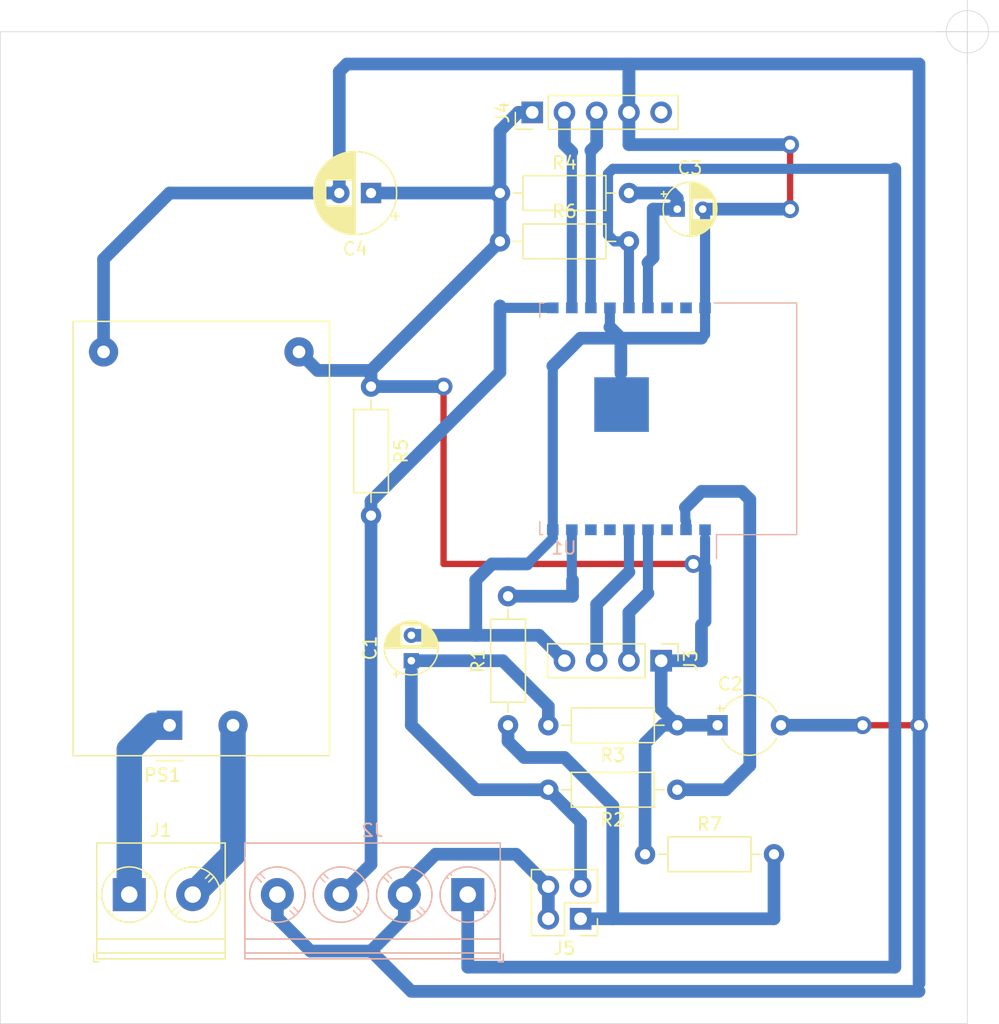
<source format=kicad_pcb>
(kicad_pcb (version 20171130) (host pcbnew 5.1.5-52549c5~86~ubuntu18.04.1)

  (general
    (thickness 1.6)
    (drawings 5)
    (tracks 167)
    (zones 0)
    (modules 18)
    (nets 22)
  )

  (page A4)
  (layers
    (0 F.Cu signal)
    (31 B.Cu signal)
    (32 B.Adhes user hide)
    (33 F.Adhes user hide)
    (34 B.Paste user hide)
    (35 F.Paste user hide)
    (36 B.SilkS user hide)
    (37 F.SilkS user hide)
    (38 B.Mask user hide)
    (39 F.Mask user hide)
    (40 Dwgs.User user hide)
    (41 Cmts.User user hide)
    (42 Eco1.User user hide)
    (43 Eco2.User user hide)
    (44 Edge.Cuts user)
    (45 Margin user hide)
    (46 B.CrtYd user hide)
    (47 F.CrtYd user hide)
    (48 B.Fab user)
    (49 F.Fab user)
  )

  (setup
    (last_trace_width 0.25)
    (user_trace_width 0.5)
    (user_trace_width 0.8)
    (user_trace_width 1)
    (trace_clearance 0.2)
    (zone_clearance 0.508)
    (zone_45_only no)
    (trace_min 0.2)
    (via_size 0.8)
    (via_drill 0.4)
    (via_min_size 0.4)
    (via_min_drill 0.3)
    (user_via 1.4 0.8)
    (uvia_size 0.3)
    (uvia_drill 0.1)
    (uvias_allowed no)
    (uvia_min_size 0.2)
    (uvia_min_drill 0.1)
    (edge_width 0.05)
    (segment_width 0.2)
    (pcb_text_width 0.3)
    (pcb_text_size 1.5 1.5)
    (mod_edge_width 0.12)
    (mod_text_size 1 1)
    (mod_text_width 0.15)
    (pad_size 1.524 1.524)
    (pad_drill 0.762)
    (pad_to_mask_clearance 0.051)
    (solder_mask_min_width 0.25)
    (aux_axis_origin 186.69 27.94)
    (visible_elements FFFFFF7F)
    (pcbplotparams
      (layerselection 0x01000_fffffffe)
      (usegerberextensions true)
      (usegerberattributes false)
      (usegerberadvancedattributes false)
      (creategerberjobfile false)
      (excludeedgelayer true)
      (linewidth 0.020000)
      (plotframeref false)
      (viasonmask false)
      (mode 1)
      (useauxorigin false)
      (hpglpennumber 1)
      (hpglpenspeed 20)
      (hpglpendiameter 15.000000)
      (psnegative false)
      (psa4output false)
      (plotreference true)
      (plotvalue true)
      (plotinvisibletext false)
      (padsonsilk false)
      (subtractmaskfromsilk false)
      (outputformat 1)
      (mirror false)
      (drillshape 0)
      (scaleselection 1)
      (outputdirectory "MillAndDrill/"))
  )

  (net 0 "")
  (net 1 /Input_Close)
  (net 2 /GND)
  (net 3 /VCC3V3)
  (net 4 "Net-(C3-Pad1)")
  (net 5 "Net-(J1-Pad1)")
  (net 6 "Net-(J1-Pad2)")
  (net 7 /Output_Open)
  (net 8 /Output_Close)
  (net 9 "Net-(J4-Pad2)")
  (net 10 "Net-(J4-Pad3)")
  (net 11 "Net-(J4-Pad5)")
  (net 12 "Net-(J5-Pad1)")
  (net 13 "Net-(R1-Pad2)")
  (net 14 "Net-(R2-Pad1)")
  (net 15 "Net-(U1-Pad17)")
  (net 16 "Net-(U1-Pad16)")
  (net 17 "Net-(U1-Pad7)")
  (net 18 "Net-(U1-Pad6)")
  (net 19 "Net-(U1-Pad3)")
  (net 20 "Net-(C1-Pad1)")
  (net 21 /Input_Open)

  (net_class Default "This is the default net class."
    (clearance 0.2)
    (trace_width 0.25)
    (via_dia 0.8)
    (via_drill 0.4)
    (uvia_dia 0.3)
    (uvia_drill 0.1)
    (add_net /GND)
    (add_net /Input_Close)
    (add_net /Input_Open)
    (add_net /Output_Close)
    (add_net /Output_Open)
    (add_net /VCC3V3)
    (add_net "Net-(C1-Pad1)")
    (add_net "Net-(C3-Pad1)")
    (add_net "Net-(J1-Pad1)")
    (add_net "Net-(J1-Pad2)")
    (add_net "Net-(J4-Pad2)")
    (add_net "Net-(J4-Pad3)")
    (add_net "Net-(J4-Pad5)")
    (add_net "Net-(J5-Pad1)")
    (add_net "Net-(R1-Pad2)")
    (add_net "Net-(R2-Pad1)")
    (add_net "Net-(U1-Pad16)")
    (add_net "Net-(U1-Pad17)")
    (add_net "Net-(U1-Pad3)")
    (add_net "Net-(U1-Pad6)")
    (add_net "Net-(U1-Pad7)")
  )

  (module TerminalBlock_Phoenix:TerminalBlock_Phoenix_PT-1,5-4-5.0-H_1x04_P5.00mm_Horizontal (layer B.Cu) (tedit 5B294F6A) (tstamp 5EBBC8E1)
    (at 147.32 95.885 180)
    (descr "Terminal Block Phoenix PT-1,5-4-5.0-H, 4 pins, pitch 5mm, size 20x9mm^2, drill diamater 1.3mm, pad diameter 2.6mm, see http://www.mouser.com/ds/2/324/ItemDetail_1935161-922578.pdf, script-generated using https://github.com/pointhi/kicad-footprint-generator/scripts/TerminalBlock_Phoenix")
    (tags "THT Terminal Block Phoenix PT-1,5-4-5.0-H pitch 5mm size 20x9mm^2 drill 1.3mm pad 2.6mm")
    (path /5EA73B80)
    (fp_text reference J2 (at 7.5 5.06) (layer B.SilkS)
      (effects (font (size 1 1) (thickness 0.15)) (justify mirror))
    )
    (fp_text value Ball_Valve_Contacts (at 7.5 -6.06) (layer B.Fab)
      (effects (font (size 1 1) (thickness 0.15)) (justify mirror))
    )
    (fp_circle (center 0 0) (end 2 0) (layer B.Fab) (width 0.1))
    (fp_circle (center 0 0) (end 2.18 0) (layer B.SilkS) (width 0.12))
    (fp_circle (center 5 0) (end 7 0) (layer B.Fab) (width 0.1))
    (fp_circle (center 5 0) (end 7.18 0) (layer B.SilkS) (width 0.12))
    (fp_circle (center 10 0) (end 12 0) (layer B.Fab) (width 0.1))
    (fp_circle (center 10 0) (end 12.18 0) (layer B.SilkS) (width 0.12))
    (fp_circle (center 15 0) (end 17 0) (layer B.Fab) (width 0.1))
    (fp_circle (center 15 0) (end 17.18 0) (layer B.SilkS) (width 0.12))
    (fp_line (start -2.5 4) (end 17.5 4) (layer B.Fab) (width 0.1))
    (fp_line (start 17.5 4) (end 17.5 -5) (layer B.Fab) (width 0.1))
    (fp_line (start 17.5 -5) (end -2.1 -5) (layer B.Fab) (width 0.1))
    (fp_line (start -2.1 -5) (end -2.5 -4.6) (layer B.Fab) (width 0.1))
    (fp_line (start -2.5 -4.6) (end -2.5 4) (layer B.Fab) (width 0.1))
    (fp_line (start -2.5 -4.6) (end 17.5 -4.6) (layer B.Fab) (width 0.1))
    (fp_line (start -2.56 -4.6) (end 17.561 -4.6) (layer B.SilkS) (width 0.12))
    (fp_line (start -2.5 -3.5) (end 17.5 -3.5) (layer B.Fab) (width 0.1))
    (fp_line (start -2.56 -3.5) (end 17.561 -3.5) (layer B.SilkS) (width 0.12))
    (fp_line (start -2.56 4.06) (end 17.561 4.06) (layer B.SilkS) (width 0.12))
    (fp_line (start -2.56 -5.06) (end 17.561 -5.06) (layer B.SilkS) (width 0.12))
    (fp_line (start -2.56 4.06) (end -2.56 -5.06) (layer B.SilkS) (width 0.12))
    (fp_line (start 17.561 4.06) (end 17.561 -5.06) (layer B.SilkS) (width 0.12))
    (fp_line (start 1.517 1.273) (end -1.273 -1.517) (layer B.Fab) (width 0.1))
    (fp_line (start 1.273 1.517) (end -1.517 -1.273) (layer B.Fab) (width 0.1))
    (fp_line (start 1.654 1.388) (end 1.547 1.281) (layer B.SilkS) (width 0.12))
    (fp_line (start -1.282 -1.547) (end -1.388 -1.654) (layer B.SilkS) (width 0.12))
    (fp_line (start 1.388 1.654) (end 1.281 1.547) (layer B.SilkS) (width 0.12))
    (fp_line (start -1.548 -1.281) (end -1.654 -1.388) (layer B.SilkS) (width 0.12))
    (fp_line (start 6.517 1.273) (end 3.728 -1.517) (layer B.Fab) (width 0.1))
    (fp_line (start 6.273 1.517) (end 3.484 -1.273) (layer B.Fab) (width 0.1))
    (fp_line (start 6.654 1.388) (end 6.259 0.992) (layer B.SilkS) (width 0.12))
    (fp_line (start 3.993 -1.274) (end 3.613 -1.654) (layer B.SilkS) (width 0.12))
    (fp_line (start 6.388 1.654) (end 6.008 1.274) (layer B.SilkS) (width 0.12))
    (fp_line (start 3.742 -0.992) (end 3.347 -1.388) (layer B.SilkS) (width 0.12))
    (fp_line (start 11.517 1.273) (end 8.728 -1.517) (layer B.Fab) (width 0.1))
    (fp_line (start 11.273 1.517) (end 8.484 -1.273) (layer B.Fab) (width 0.1))
    (fp_line (start 11.654 1.388) (end 11.259 0.992) (layer B.SilkS) (width 0.12))
    (fp_line (start 8.993 -1.274) (end 8.613 -1.654) (layer B.SilkS) (width 0.12))
    (fp_line (start 11.388 1.654) (end 11.008 1.274) (layer B.SilkS) (width 0.12))
    (fp_line (start 8.742 -0.992) (end 8.347 -1.388) (layer B.SilkS) (width 0.12))
    (fp_line (start 16.517 1.273) (end 13.728 -1.517) (layer B.Fab) (width 0.1))
    (fp_line (start 16.273 1.517) (end 13.484 -1.273) (layer B.Fab) (width 0.1))
    (fp_line (start 16.654 1.388) (end 16.259 0.992) (layer B.SilkS) (width 0.12))
    (fp_line (start 13.993 -1.274) (end 13.613 -1.654) (layer B.SilkS) (width 0.12))
    (fp_line (start 16.388 1.654) (end 16.008 1.274) (layer B.SilkS) (width 0.12))
    (fp_line (start 13.742 -0.992) (end 13.347 -1.388) (layer B.SilkS) (width 0.12))
    (fp_line (start -2.8 -4.66) (end -2.8 -5.3) (layer B.SilkS) (width 0.12))
    (fp_line (start -2.8 -5.3) (end -2.4 -5.3) (layer B.SilkS) (width 0.12))
    (fp_line (start -3 4.5) (end -3 -5.5) (layer B.CrtYd) (width 0.05))
    (fp_line (start -3 -5.5) (end 18 -5.5) (layer B.CrtYd) (width 0.05))
    (fp_line (start 18 -5.5) (end 18 4.5) (layer B.CrtYd) (width 0.05))
    (fp_line (start 18 4.5) (end -3 4.5) (layer B.CrtYd) (width 0.05))
    (fp_text user %R (at 7.5 -2.9) (layer B.Fab)
      (effects (font (size 1 1) (thickness 0.15)) (justify mirror))
    )
    (pad 1 thru_hole rect (at 0 0 180) (size 2.6 2.6) (drill 1.3) (layers *.Cu *.Mask)
      (net 21 /Input_Open))
    (pad 2 thru_hole circle (at 5 0 180) (size 2.6 2.6) (drill 1.3) (layers *.Cu *.Mask)
      (net 2 /GND))
    (pad 3 thru_hole circle (at 10 0 180) (size 2.6 2.6) (drill 1.3) (layers *.Cu *.Mask)
      (net 1 /Input_Close))
    (pad 4 thru_hole circle (at 15 0 180) (size 2.6 2.6) (drill 1.3) (layers *.Cu *.Mask)
      (net 2 /GND))
    (model ${KISYS3DMOD}/TerminalBlock_Phoenix.3dshapes/TerminalBlock_Phoenix_PT-1,5-4-5.0-H_1x04_P5.00mm_Horizontal.wrl
      (at (xyz 0 0 0))
      (scale (xyz 1 1 1))
      (rotate (xyz 0 0 0))
    )
  )

  (module Capacitor_THT:CP_Radial_Tantal_D4.5mm_P5.00mm (layer F.Cu) (tedit 5AE50EF0) (tstamp 5EA38138)
    (at 167.005 82.55)
    (descr "CP, Radial_Tantal series, Radial, pin pitch=5.00mm, , diameter=4.5mm, Tantal Electrolytic Capacitor, http://cdn-reichelt.de/documents/datenblatt/B300/TANTAL-TB-Serie%23.pdf")
    (tags "CP Radial_Tantal series Radial pin pitch 5.00mm  diameter 4.5mm Tantal Electrolytic Capacitor")
    (path /5EA0991F)
    (fp_text reference C2 (at 1 -3.25) (layer F.SilkS)
      (effects (font (size 1 1) (thickness 0.15)))
    )
    (fp_text value 100nF (at 1 3.25) (layer F.Fab)
      (effects (font (size 1 1) (thickness 0.15)))
    )
    (fp_text user %R (at 1 0) (layer F.Fab)
      (effects (font (size 0.8 0.8) (thickness 0.12)))
    )
    (fp_line (start 0.187712 -1.56) (end 0.187712 -1.11) (layer F.SilkS) (width 0.12))
    (fp_line (start -0.037288 -1.335) (end 0.412712 -1.335) (layer F.SilkS) (width 0.12))
    (fp_line (start 0.80692 -1.2025) (end 0.80692 -0.7525) (layer F.Fab) (width 0.1))
    (fp_line (start 0.58192 -0.9775) (end 1.03192 -0.9775) (layer F.Fab) (width 0.1))
    (fp_circle (center 2.5 0) (end 6.22 0) (layer F.CrtYd) (width 0.05))
    (fp_circle (center 2.5 0) (end 4.75 0) (layer F.Fab) (width 0.1))
    (fp_arc (start 2.5 0) (end 0.380259 1.06) (angle -126.864288) (layer F.SilkS) (width 0.12))
    (fp_arc (start 2.5 0) (end 0.380259 -1.06) (angle 126.864288) (layer F.SilkS) (width 0.12))
    (pad 2 thru_hole circle (at 5 0) (size 1.6 1.6) (drill 0.8) (layers *.Cu *.Mask)
      (net 2 /GND))
    (pad 1 thru_hole rect (at 0 0) (size 1.6 1.6) (drill 0.8) (layers *.Cu *.Mask)
      (net 3 /VCC3V3))
    (model ${KISYS3DMOD}/Capacitor_THT.3dshapes/CP_Radial_Tantal_D4.5mm_P5.00mm.wrl
      (at (xyz 0 0 0))
      (scale (xyz 1 1 1))
      (rotate (xyz 0 0 0))
    )
  )

  (module Resistor_THT:R_Axial_DIN0207_L6.3mm_D2.5mm_P10.16mm_Horizontal (layer F.Cu) (tedit 5AE5139B) (tstamp 5EA3CDDB)
    (at 150.495 82.55 90)
    (descr "Resistor, Axial_DIN0207 series, Axial, Horizontal, pin pitch=10.16mm, 0.25W = 1/4W, length*diameter=6.3*2.5mm^2, http://cdn-reichelt.de/documents/datenblatt/B400/1_4W%23YAG.pdf")
    (tags "Resistor Axial_DIN0207 series Axial Horizontal pin pitch 10.16mm 0.25W = 1/4W length 6.3mm diameter 2.5mm")
    (path /5EA0FC08)
    (fp_text reference R1 (at 5.08 -2.37 90) (layer F.SilkS)
      (effects (font (size 1 1) (thickness 0.15)))
    )
    (fp_text value 220 (at 5.715 -1.905 90) (layer F.Fab)
      (effects (font (size 1 1) (thickness 0.15)))
    )
    (fp_line (start 1.93 -1.25) (end 1.93 1.25) (layer F.Fab) (width 0.1))
    (fp_line (start 1.93 1.25) (end 8.23 1.25) (layer F.Fab) (width 0.1))
    (fp_line (start 8.23 1.25) (end 8.23 -1.25) (layer F.Fab) (width 0.1))
    (fp_line (start 8.23 -1.25) (end 1.93 -1.25) (layer F.Fab) (width 0.1))
    (fp_line (start 0 0) (end 1.93 0) (layer F.Fab) (width 0.1))
    (fp_line (start 10.16 0) (end 8.23 0) (layer F.Fab) (width 0.1))
    (fp_line (start 1.81 -1.37) (end 1.81 1.37) (layer F.SilkS) (width 0.12))
    (fp_line (start 1.81 1.37) (end 8.35 1.37) (layer F.SilkS) (width 0.12))
    (fp_line (start 8.35 1.37) (end 8.35 -1.37) (layer F.SilkS) (width 0.12))
    (fp_line (start 8.35 -1.37) (end 1.81 -1.37) (layer F.SilkS) (width 0.12))
    (fp_line (start 1.04 0) (end 1.81 0) (layer F.SilkS) (width 0.12))
    (fp_line (start 9.12 0) (end 8.35 0) (layer F.SilkS) (width 0.12))
    (fp_line (start -1.05 -1.5) (end -1.05 1.5) (layer F.CrtYd) (width 0.05))
    (fp_line (start -1.05 1.5) (end 11.21 1.5) (layer F.CrtYd) (width 0.05))
    (fp_line (start 11.21 1.5) (end 11.21 -1.5) (layer F.CrtYd) (width 0.05))
    (fp_line (start 11.21 -1.5) (end -1.05 -1.5) (layer F.CrtYd) (width 0.05))
    (fp_text user %R (at 5.08 0 90) (layer F.Fab)
      (effects (font (size 1 1) (thickness 0.15)))
    )
    (pad 1 thru_hole circle (at 0 0 90) (size 1.6 1.6) (drill 0.8) (layers *.Cu *.Mask)
      (net 12 "Net-(J5-Pad1)"))
    (pad 2 thru_hole oval (at 10.16 0 90) (size 1.6 1.6) (drill 0.8) (layers *.Cu *.Mask)
      (net 13 "Net-(R1-Pad2)"))
    (model ${KISYS3DMOD}/Resistor_THT.3dshapes/R_Axial_DIN0207_L6.3mm_D2.5mm_P10.16mm_Horizontal.wrl
      (at (xyz 0 0 0))
      (scale (xyz 1 1 1))
      (rotate (xyz 0 0 0))
    )
  )

  (module RF_Module:ESP-WROOM-02 (layer B.Cu) (tedit 5B5B45D7) (tstamp 5EA38401)
    (at 160.02 58.42 90)
    (descr http://espressif.com/sites/default/files/documentation/0c-esp-wroom-02_datasheet_en.pdf)
    (tags "ESP WROOM-02 espressif esp8266ex")
    (path /5EA08ECA)
    (attr smd)
    (fp_text reference U1 (at -10.17 -5.13 180) (layer B.SilkS)
      (effects (font (size 1 1) (thickness 0.15)) (justify mirror))
    )
    (fp_text value ESP-WROOM-02 (at 0 -8.33 90) (layer B.Fab)
      (effects (font (size 1 1) (thickness 0.15)) (justify mirror))
    )
    (fp_line (start -9.12 6.9) (end -11 6.9) (layer B.SilkS) (width 0.1))
    (fp_line (start -9.12 13.22) (end -9.12 6.9) (layer B.SilkS) (width 0.1))
    (fp_line (start 9.12 13.22) (end 9.12 6.7) (layer B.SilkS) (width 0.1))
    (fp_line (start -9.12 13.22) (end 9.12 13.22) (layer B.SilkS) (width 0.1))
    (fp_line (start 8 -7.02) (end 9.12 -7.02) (layer B.SilkS) (width 0.1))
    (fp_line (start 9.12 -6.7) (end 9.12 -7) (layer B.SilkS) (width 0.1))
    (fp_line (start -9.12 -7.02) (end -8.1 -7.02) (layer B.SilkS) (width 0.1))
    (fp_line (start -9.12 -6.8) (end -9.12 -7.02) (layer B.SilkS) (width 0.1))
    (fp_line (start 8.3 17.9) (end 8.1 17.7) (layer Cmts.User) (width 0.1))
    (fp_line (start 8.3 13.3) (end 8.3 17.9) (layer Cmts.User) (width 0.1))
    (fp_line (start 8.3 17.9) (end 8.5 17.7) (layer Cmts.User) (width 0.1))
    (fp_line (start 8.3 13.3) (end 8.5 13.5) (layer Cmts.User) (width 0.1))
    (fp_line (start 8.3 13.3) (end 8.1 13.5) (layer Cmts.User) (width 0.1))
    (fp_line (start -9.2 10.7) (end -9.4 10.9) (layer Cmts.User) (width 0.1))
    (fp_line (start -13.8 10.7) (end -9.2 10.7) (layer Cmts.User) (width 0.1))
    (fp_line (start -9.2 10.7) (end -9.4 10.5) (layer Cmts.User) (width 0.1))
    (fp_line (start -13.8 10.7) (end -13.6 10.5) (layer Cmts.User) (width 0.1))
    (fp_line (start -13.8 10.7) (end -13.6 10.9) (layer Cmts.User) (width 0.1))
    (fp_line (start 9.2 10.7) (end 9.4 10.5) (layer Cmts.User) (width 0.1))
    (fp_line (start 9.2 10.7) (end 9.4 10.9) (layer Cmts.User) (width 0.1))
    (fp_line (start 13.8 10.7) (end 13.6 10.5) (layer Cmts.User) (width 0.1))
    (fp_line (start 13.8 10.7) (end 13.6 10.9) (layer Cmts.User) (width 0.1))
    (fp_line (start 9.2 10.7) (end 13.8 10.7) (layer Cmts.User) (width 0.1))
    (fp_line (start 14 8.41) (end 12 6.795) (layer Dwgs.User) (width 0.1))
    (fp_line (start 14 10.025) (end 10 6.795) (layer Dwgs.User) (width 0.1))
    (fp_line (start 14 11.64) (end 8 6.795) (layer Dwgs.User) (width 0.1))
    (fp_line (start 14 13.255) (end 6 6.795) (layer Dwgs.User) (width 0.1))
    (fp_line (start 14 14.87) (end 4 6.795) (layer Dwgs.User) (width 0.1))
    (fp_line (start 14 16.485) (end 2 6.795) (layer Dwgs.User) (width 0.1))
    (fp_line (start 14 18.1) (end 0 6.795) (layer Dwgs.User) (width 0.1))
    (fp_line (start 12 18.1) (end -2 6.795) (layer Dwgs.User) (width 0.1))
    (fp_line (start 10 18.1) (end -4 6.795) (layer Dwgs.User) (width 0.1))
    (fp_line (start 8 18.1) (end -6 6.795) (layer Dwgs.User) (width 0.1))
    (fp_line (start -8 6.795) (end 6 18.1) (layer Dwgs.User) (width 0.1))
    (fp_line (start 4 18.1) (end -10 6.795) (layer Dwgs.User) (width 0.1))
    (fp_line (start 2 18.1) (end -12 6.795) (layer Dwgs.User) (width 0.1))
    (fp_line (start 0 18.1) (end -14 6.795) (layer Dwgs.User) (width 0.1))
    (fp_line (start -2 18.1) (end -14 8.41) (layer Dwgs.User) (width 0.1))
    (fp_line (start -4 18.1) (end -14 10.025) (layer Dwgs.User) (width 0.1))
    (fp_line (start -6 18.1) (end -14 11.64) (layer Dwgs.User) (width 0.1))
    (fp_line (start -8 18.1) (end -14 13.255) (layer Dwgs.User) (width 0.1))
    (fp_line (start -10 18.1) (end -14 14.87) (layer Dwgs.User) (width 0.1))
    (fp_line (start -12 18.1) (end -14 16.485) (layer Dwgs.User) (width 0.1))
    (fp_line (start 9.41 6.55) (end 14.25 6.55) (layer B.CrtYd) (width 0.05))
    (fp_line (start -14.25 6.55) (end -9.41 6.55) (layer B.CrtYd) (width 0.05))
    (fp_line (start 14.25 18.35) (end 14.25 6.55) (layer B.CrtYd) (width 0.05))
    (fp_line (start -14.25 18.35) (end -14.25 6.55) (layer B.CrtYd) (width 0.05))
    (fp_line (start 14 18.1) (end -14 18.1) (layer Dwgs.User) (width 0.1))
    (fp_line (start 14 6.8) (end 14 18.1) (layer Dwgs.User) (width 0.1))
    (fp_line (start -9 13.1) (end 9 13.1) (layer Dwgs.User) (width 0.1))
    (fp_line (start 9 13.1) (end 9 6.78) (layer Dwgs.User) (width 0.1))
    (fp_line (start 14 6.8) (end -14 6.8) (layer Dwgs.User) (width 0.1))
    (fp_line (start -9 6.8) (end -9 13.1) (layer Dwgs.User) (width 0.1))
    (fp_line (start -8.5 7) (end -9 6.5) (layer B.Fab) (width 0.1))
    (fp_line (start -9 7.5) (end -8.5 7) (layer B.Fab) (width 0.1))
    (fp_line (start -9 6.5) (end -9 -6.9) (layer B.Fab) (width 0.1))
    (fp_line (start -14.25 18.35) (end 14.25 18.35) (layer B.CrtYd) (width 0.05))
    (fp_line (start 9.41 6.55) (end 9.41 -7.15) (layer B.CrtYd) (width 0.05))
    (fp_line (start -9.41 -7.15) (end 9.41 -7.15) (layer B.CrtYd) (width 0.05))
    (fp_line (start -9.41 -7.15) (end -9.41 6.55) (layer B.CrtYd) (width 0.05))
    (fp_line (start -9 13.1) (end 9 13.1) (layer B.Fab) (width 0.1))
    (fp_line (start -9 13.1) (end -9 7.5) (layer B.Fab) (width 0.1))
    (fp_line (start -9 -6.9) (end 9 -6.9) (layer B.Fab) (width 0.1))
    (fp_line (start 9 -6.9) (end 9 13.1) (layer B.Fab) (width 0.1))
    (fp_line (start -14 6.8) (end -14 18.1) (layer Dwgs.User) (width 0.1))
    (fp_text user "5 mm" (at 7.8 15.9 180) (layer Cmts.User)
      (effects (font (size 0.5 0.5) (thickness 0.1)))
    )
    (fp_text user "5 mm" (at -11.2 11.2 90) (layer Cmts.User)
      (effects (font (size 0.5 0.5) (thickness 0.1)))
    )
    (fp_text user "5 mm" (at 11.8 11.2 90) (layer Cmts.User)
      (effects (font (size 0.5 0.5) (thickness 0.1)))
    )
    (fp_text user Antenna (at 0 10 90) (layer Cmts.User)
      (effects (font (size 1 1) (thickness 0.15)))
    )
    (fp_text user "KEEP-OUT ZONE" (at 0 16 90) (layer Cmts.User)
      (effects (font (size 1 1) (thickness 0.15)))
    )
    (fp_text user %R (at 0 0 90) (layer B.Fab)
      (effects (font (size 1 1) (thickness 0.15)) (justify mirror))
    )
    (pad 18 smd rect (at 8.7375 6 90) (size 0.85 0.9125) (layers B.Cu B.Paste B.Mask)
      (net 2 /GND))
    (pad 17 smd rect (at 8.7375 4.5 90) (size 0.85 0.9125) (layers B.Cu B.Paste B.Mask)
      (net 15 "Net-(U1-Pad17)"))
    (pad 16 smd rect (at 8.7375 3 90) (size 0.85 0.9125) (layers B.Cu B.Paste B.Mask)
      (net 16 "Net-(U1-Pad16)"))
    (pad 15 smd rect (at 8.7375 1.5 90) (size 0.85 0.9125) (layers B.Cu B.Paste B.Mask)
      (net 4 "Net-(C3-Pad1)"))
    (pad 14 smd rect (at 8.7375 0 90) (size 0.85 0.9125) (layers B.Cu B.Paste B.Mask)
      (net 21 /Input_Open))
    (pad 13 smd rect (at 8.7375 -1.5 90) (size 0.85 0.9125) (layers B.Cu B.Paste B.Mask)
      (net 2 /GND))
    (pad 12 smd rect (at 8.7375 -3 90) (size 0.85 0.9125) (layers B.Cu B.Paste B.Mask)
      (net 10 "Net-(J4-Pad3)"))
    (pad 11 smd rect (at 8.7375 -4.5 90) (size 0.85 0.9125) (layers B.Cu B.Paste B.Mask)
      (net 9 "Net-(J4-Pad2)"))
    (pad 10 smd rect (at 8.7375 -6 90) (size 0.85 0.9125) (layers B.Cu B.Paste B.Mask)
      (net 1 /Input_Close))
    (pad 9 smd rect (at -8.7375 -6 90) (size 0.85 0.9125) (layers B.Cu B.Paste B.Mask)
      (net 2 /GND))
    (pad 8 smd rect (at -8.7375 -4.5 90) (size 0.85 0.9125) (layers B.Cu B.Paste B.Mask)
      (net 13 "Net-(R1-Pad2)"))
    (pad 7 smd rect (at -8.7375 -3 90) (size 0.85 0.9125) (layers B.Cu B.Paste B.Mask)
      (net 17 "Net-(U1-Pad7)"))
    (pad 6 smd rect (at -8.7375 -1.5 90) (size 0.85 0.9125) (layers B.Cu B.Paste B.Mask)
      (net 18 "Net-(U1-Pad6)"))
    (pad 5 smd rect (at -8.7375 0 90) (size 0.85 0.9125) (layers B.Cu B.Paste B.Mask)
      (net 8 /Output_Close))
    (pad 4 smd rect (at -8.7375 1.5 90) (size 0.85 0.9125) (layers B.Cu B.Paste B.Mask)
      (net 7 /Output_Open))
    (pad 3 smd rect (at -8.7375 3 90) (size 0.85 0.9125) (layers B.Cu B.Paste B.Mask)
      (net 19 "Net-(U1-Pad3)"))
    (pad 2 smd rect (at -8.7375 4.5 90) (size 0.85 0.9125) (layers B.Cu B.Paste B.Mask)
      (net 14 "Net-(R2-Pad1)"))
    (pad 1 smd rect (at -8.7375 6 90) (size 0.85 0.9125) (layers B.Cu B.Paste B.Mask)
      (net 3 /VCC3V3))
    (pad 19 smd rect (at 1.12 -0.58 90) (size 4.3 4.3) (layers B.Cu B.Paste B.Mask)
      (net 2 /GND))
    (model ${KISYS3DMOD}/RF_Module.3dshapes/ESP-WROOM-02.wrl
      (at (xyz 0 0 0))
      (scale (xyz 1 1 1))
      (rotate (xyz 0 0 0))
    )
  )

  (module Capacitor_THT:CP_Radial_D4.0mm_P2.00mm (layer F.Cu) (tedit 5AE50EF0) (tstamp 5EA3CFA4)
    (at 142.875 77.47 90)
    (descr "CP, Radial series, Radial, pin pitch=2.00mm, , diameter=4mm, Electrolytic Capacitor")
    (tags "CP Radial series Radial pin pitch 2.00mm  diameter 4mm Electrolytic Capacitor")
    (path /5EA6B437)
    (fp_text reference C1 (at 1 -3.25 90) (layer F.SilkS)
      (effects (font (size 1 1) (thickness 0.15)))
    )
    (fp_text value 100nF (at 1 3.25 90) (layer F.Fab)
      (effects (font (size 1 1) (thickness 0.15)))
    )
    (fp_circle (center 1 0) (end 3 0) (layer F.Fab) (width 0.1))
    (fp_circle (center 1 0) (end 3.12 0) (layer F.SilkS) (width 0.12))
    (fp_circle (center 1 0) (end 3.25 0) (layer F.CrtYd) (width 0.05))
    (fp_line (start -0.702554 -0.8675) (end -0.302554 -0.8675) (layer F.Fab) (width 0.1))
    (fp_line (start -0.502554 -1.0675) (end -0.502554 -0.6675) (layer F.Fab) (width 0.1))
    (fp_line (start 1 -2.08) (end 1 2.08) (layer F.SilkS) (width 0.12))
    (fp_line (start 1.04 -2.08) (end 1.04 2.08) (layer F.SilkS) (width 0.12))
    (fp_line (start 1.08 -2.079) (end 1.08 2.079) (layer F.SilkS) (width 0.12))
    (fp_line (start 1.12 -2.077) (end 1.12 2.077) (layer F.SilkS) (width 0.12))
    (fp_line (start 1.16 -2.074) (end 1.16 2.074) (layer F.SilkS) (width 0.12))
    (fp_line (start 1.2 -2.071) (end 1.2 -0.84) (layer F.SilkS) (width 0.12))
    (fp_line (start 1.2 0.84) (end 1.2 2.071) (layer F.SilkS) (width 0.12))
    (fp_line (start 1.24 -2.067) (end 1.24 -0.84) (layer F.SilkS) (width 0.12))
    (fp_line (start 1.24 0.84) (end 1.24 2.067) (layer F.SilkS) (width 0.12))
    (fp_line (start 1.28 -2.062) (end 1.28 -0.84) (layer F.SilkS) (width 0.12))
    (fp_line (start 1.28 0.84) (end 1.28 2.062) (layer F.SilkS) (width 0.12))
    (fp_line (start 1.32 -2.056) (end 1.32 -0.84) (layer F.SilkS) (width 0.12))
    (fp_line (start 1.32 0.84) (end 1.32 2.056) (layer F.SilkS) (width 0.12))
    (fp_line (start 1.36 -2.05) (end 1.36 -0.84) (layer F.SilkS) (width 0.12))
    (fp_line (start 1.36 0.84) (end 1.36 2.05) (layer F.SilkS) (width 0.12))
    (fp_line (start 1.4 -2.042) (end 1.4 -0.84) (layer F.SilkS) (width 0.12))
    (fp_line (start 1.4 0.84) (end 1.4 2.042) (layer F.SilkS) (width 0.12))
    (fp_line (start 1.44 -2.034) (end 1.44 -0.84) (layer F.SilkS) (width 0.12))
    (fp_line (start 1.44 0.84) (end 1.44 2.034) (layer F.SilkS) (width 0.12))
    (fp_line (start 1.48 -2.025) (end 1.48 -0.84) (layer F.SilkS) (width 0.12))
    (fp_line (start 1.48 0.84) (end 1.48 2.025) (layer F.SilkS) (width 0.12))
    (fp_line (start 1.52 -2.016) (end 1.52 -0.84) (layer F.SilkS) (width 0.12))
    (fp_line (start 1.52 0.84) (end 1.52 2.016) (layer F.SilkS) (width 0.12))
    (fp_line (start 1.56 -2.005) (end 1.56 -0.84) (layer F.SilkS) (width 0.12))
    (fp_line (start 1.56 0.84) (end 1.56 2.005) (layer F.SilkS) (width 0.12))
    (fp_line (start 1.6 -1.994) (end 1.6 -0.84) (layer F.SilkS) (width 0.12))
    (fp_line (start 1.6 0.84) (end 1.6 1.994) (layer F.SilkS) (width 0.12))
    (fp_line (start 1.64 -1.982) (end 1.64 -0.84) (layer F.SilkS) (width 0.12))
    (fp_line (start 1.64 0.84) (end 1.64 1.982) (layer F.SilkS) (width 0.12))
    (fp_line (start 1.68 -1.968) (end 1.68 -0.84) (layer F.SilkS) (width 0.12))
    (fp_line (start 1.68 0.84) (end 1.68 1.968) (layer F.SilkS) (width 0.12))
    (fp_line (start 1.721 -1.954) (end 1.721 -0.84) (layer F.SilkS) (width 0.12))
    (fp_line (start 1.721 0.84) (end 1.721 1.954) (layer F.SilkS) (width 0.12))
    (fp_line (start 1.761 -1.94) (end 1.761 -0.84) (layer F.SilkS) (width 0.12))
    (fp_line (start 1.761 0.84) (end 1.761 1.94) (layer F.SilkS) (width 0.12))
    (fp_line (start 1.801 -1.924) (end 1.801 -0.84) (layer F.SilkS) (width 0.12))
    (fp_line (start 1.801 0.84) (end 1.801 1.924) (layer F.SilkS) (width 0.12))
    (fp_line (start 1.841 -1.907) (end 1.841 -0.84) (layer F.SilkS) (width 0.12))
    (fp_line (start 1.841 0.84) (end 1.841 1.907) (layer F.SilkS) (width 0.12))
    (fp_line (start 1.881 -1.889) (end 1.881 -0.84) (layer F.SilkS) (width 0.12))
    (fp_line (start 1.881 0.84) (end 1.881 1.889) (layer F.SilkS) (width 0.12))
    (fp_line (start 1.921 -1.87) (end 1.921 -0.84) (layer F.SilkS) (width 0.12))
    (fp_line (start 1.921 0.84) (end 1.921 1.87) (layer F.SilkS) (width 0.12))
    (fp_line (start 1.961 -1.851) (end 1.961 -0.84) (layer F.SilkS) (width 0.12))
    (fp_line (start 1.961 0.84) (end 1.961 1.851) (layer F.SilkS) (width 0.12))
    (fp_line (start 2.001 -1.83) (end 2.001 -0.84) (layer F.SilkS) (width 0.12))
    (fp_line (start 2.001 0.84) (end 2.001 1.83) (layer F.SilkS) (width 0.12))
    (fp_line (start 2.041 -1.808) (end 2.041 -0.84) (layer F.SilkS) (width 0.12))
    (fp_line (start 2.041 0.84) (end 2.041 1.808) (layer F.SilkS) (width 0.12))
    (fp_line (start 2.081 -1.785) (end 2.081 -0.84) (layer F.SilkS) (width 0.12))
    (fp_line (start 2.081 0.84) (end 2.081 1.785) (layer F.SilkS) (width 0.12))
    (fp_line (start 2.121 -1.76) (end 2.121 -0.84) (layer F.SilkS) (width 0.12))
    (fp_line (start 2.121 0.84) (end 2.121 1.76) (layer F.SilkS) (width 0.12))
    (fp_line (start 2.161 -1.735) (end 2.161 -0.84) (layer F.SilkS) (width 0.12))
    (fp_line (start 2.161 0.84) (end 2.161 1.735) (layer F.SilkS) (width 0.12))
    (fp_line (start 2.201 -1.708) (end 2.201 -0.84) (layer F.SilkS) (width 0.12))
    (fp_line (start 2.201 0.84) (end 2.201 1.708) (layer F.SilkS) (width 0.12))
    (fp_line (start 2.241 -1.68) (end 2.241 -0.84) (layer F.SilkS) (width 0.12))
    (fp_line (start 2.241 0.84) (end 2.241 1.68) (layer F.SilkS) (width 0.12))
    (fp_line (start 2.281 -1.65) (end 2.281 -0.84) (layer F.SilkS) (width 0.12))
    (fp_line (start 2.281 0.84) (end 2.281 1.65) (layer F.SilkS) (width 0.12))
    (fp_line (start 2.321 -1.619) (end 2.321 -0.84) (layer F.SilkS) (width 0.12))
    (fp_line (start 2.321 0.84) (end 2.321 1.619) (layer F.SilkS) (width 0.12))
    (fp_line (start 2.361 -1.587) (end 2.361 -0.84) (layer F.SilkS) (width 0.12))
    (fp_line (start 2.361 0.84) (end 2.361 1.587) (layer F.SilkS) (width 0.12))
    (fp_line (start 2.401 -1.552) (end 2.401 -0.84) (layer F.SilkS) (width 0.12))
    (fp_line (start 2.401 0.84) (end 2.401 1.552) (layer F.SilkS) (width 0.12))
    (fp_line (start 2.441 -1.516) (end 2.441 -0.84) (layer F.SilkS) (width 0.12))
    (fp_line (start 2.441 0.84) (end 2.441 1.516) (layer F.SilkS) (width 0.12))
    (fp_line (start 2.481 -1.478) (end 2.481 -0.84) (layer F.SilkS) (width 0.12))
    (fp_line (start 2.481 0.84) (end 2.481 1.478) (layer F.SilkS) (width 0.12))
    (fp_line (start 2.521 -1.438) (end 2.521 -0.84) (layer F.SilkS) (width 0.12))
    (fp_line (start 2.521 0.84) (end 2.521 1.438) (layer F.SilkS) (width 0.12))
    (fp_line (start 2.561 -1.396) (end 2.561 -0.84) (layer F.SilkS) (width 0.12))
    (fp_line (start 2.561 0.84) (end 2.561 1.396) (layer F.SilkS) (width 0.12))
    (fp_line (start 2.601 -1.351) (end 2.601 -0.84) (layer F.SilkS) (width 0.12))
    (fp_line (start 2.601 0.84) (end 2.601 1.351) (layer F.SilkS) (width 0.12))
    (fp_line (start 2.641 -1.304) (end 2.641 -0.84) (layer F.SilkS) (width 0.12))
    (fp_line (start 2.641 0.84) (end 2.641 1.304) (layer F.SilkS) (width 0.12))
    (fp_line (start 2.681 -1.254) (end 2.681 -0.84) (layer F.SilkS) (width 0.12))
    (fp_line (start 2.681 0.84) (end 2.681 1.254) (layer F.SilkS) (width 0.12))
    (fp_line (start 2.721 -1.2) (end 2.721 -0.84) (layer F.SilkS) (width 0.12))
    (fp_line (start 2.721 0.84) (end 2.721 1.2) (layer F.SilkS) (width 0.12))
    (fp_line (start 2.761 -1.142) (end 2.761 -0.84) (layer F.SilkS) (width 0.12))
    (fp_line (start 2.761 0.84) (end 2.761 1.142) (layer F.SilkS) (width 0.12))
    (fp_line (start 2.801 -1.08) (end 2.801 -0.84) (layer F.SilkS) (width 0.12))
    (fp_line (start 2.801 0.84) (end 2.801 1.08) (layer F.SilkS) (width 0.12))
    (fp_line (start 2.841 -1.013) (end 2.841 1.013) (layer F.SilkS) (width 0.12))
    (fp_line (start 2.881 -0.94) (end 2.881 0.94) (layer F.SilkS) (width 0.12))
    (fp_line (start 2.921 -0.859) (end 2.921 0.859) (layer F.SilkS) (width 0.12))
    (fp_line (start 2.961 -0.768) (end 2.961 0.768) (layer F.SilkS) (width 0.12))
    (fp_line (start 3.001 -0.664) (end 3.001 0.664) (layer F.SilkS) (width 0.12))
    (fp_line (start 3.041 -0.537) (end 3.041 0.537) (layer F.SilkS) (width 0.12))
    (fp_line (start 3.081 -0.37) (end 3.081 0.37) (layer F.SilkS) (width 0.12))
    (fp_line (start -1.269801 -1.195) (end -0.869801 -1.195) (layer F.SilkS) (width 0.12))
    (fp_line (start -1.069801 -1.395) (end -1.069801 -0.995) (layer F.SilkS) (width 0.12))
    (fp_text user %R (at 1 0 90) (layer F.Fab)
      (effects (font (size 0.8 0.8) (thickness 0.12)))
    )
    (pad 1 thru_hole rect (at 0 0 90) (size 1.2 1.2) (drill 0.6) (layers *.Cu *.Mask)
      (net 20 "Net-(C1-Pad1)"))
    (pad 2 thru_hole circle (at 2 0 90) (size 1.2 1.2) (drill 0.6) (layers *.Cu *.Mask)
      (net 2 /GND))
    (model ${KISYS3DMOD}/Capacitor_THT.3dshapes/CP_Radial_D4.0mm_P2.00mm.wrl
      (at (xyz 0 0 0))
      (scale (xyz 1 1 1))
      (rotate (xyz 0 0 0))
    )
  )

  (module Capacitor_THT:CP_Radial_D4.0mm_P2.00mm (layer F.Cu) (tedit 5AE50EF0) (tstamp 5EA381A4)
    (at 163.83 41.91)
    (descr "CP, Radial series, Radial, pin pitch=2.00mm, , diameter=4mm, Electrolytic Capacitor")
    (tags "CP Radial series Radial pin pitch 2.00mm  diameter 4mm Electrolytic Capacitor")
    (path /5EA0A058)
    (fp_text reference C3 (at 1 -3.25) (layer F.SilkS)
      (effects (font (size 1 1) (thickness 0.15)))
    )
    (fp_text value 100nF (at 1 3.25) (layer F.Fab)
      (effects (font (size 1 1) (thickness 0.15)))
    )
    (fp_text user %R (at 1 0) (layer F.Fab)
      (effects (font (size 0.8 0.8) (thickness 0.12)))
    )
    (fp_line (start -1.069801 -1.395) (end -1.069801 -0.995) (layer F.SilkS) (width 0.12))
    (fp_line (start -1.269801 -1.195) (end -0.869801 -1.195) (layer F.SilkS) (width 0.12))
    (fp_line (start 3.081 -0.37) (end 3.081 0.37) (layer F.SilkS) (width 0.12))
    (fp_line (start 3.041 -0.537) (end 3.041 0.537) (layer F.SilkS) (width 0.12))
    (fp_line (start 3.001 -0.664) (end 3.001 0.664) (layer F.SilkS) (width 0.12))
    (fp_line (start 2.961 -0.768) (end 2.961 0.768) (layer F.SilkS) (width 0.12))
    (fp_line (start 2.921 -0.859) (end 2.921 0.859) (layer F.SilkS) (width 0.12))
    (fp_line (start 2.881 -0.94) (end 2.881 0.94) (layer F.SilkS) (width 0.12))
    (fp_line (start 2.841 -1.013) (end 2.841 1.013) (layer F.SilkS) (width 0.12))
    (fp_line (start 2.801 0.84) (end 2.801 1.08) (layer F.SilkS) (width 0.12))
    (fp_line (start 2.801 -1.08) (end 2.801 -0.84) (layer F.SilkS) (width 0.12))
    (fp_line (start 2.761 0.84) (end 2.761 1.142) (layer F.SilkS) (width 0.12))
    (fp_line (start 2.761 -1.142) (end 2.761 -0.84) (layer F.SilkS) (width 0.12))
    (fp_line (start 2.721 0.84) (end 2.721 1.2) (layer F.SilkS) (width 0.12))
    (fp_line (start 2.721 -1.2) (end 2.721 -0.84) (layer F.SilkS) (width 0.12))
    (fp_line (start 2.681 0.84) (end 2.681 1.254) (layer F.SilkS) (width 0.12))
    (fp_line (start 2.681 -1.254) (end 2.681 -0.84) (layer F.SilkS) (width 0.12))
    (fp_line (start 2.641 0.84) (end 2.641 1.304) (layer F.SilkS) (width 0.12))
    (fp_line (start 2.641 -1.304) (end 2.641 -0.84) (layer F.SilkS) (width 0.12))
    (fp_line (start 2.601 0.84) (end 2.601 1.351) (layer F.SilkS) (width 0.12))
    (fp_line (start 2.601 -1.351) (end 2.601 -0.84) (layer F.SilkS) (width 0.12))
    (fp_line (start 2.561 0.84) (end 2.561 1.396) (layer F.SilkS) (width 0.12))
    (fp_line (start 2.561 -1.396) (end 2.561 -0.84) (layer F.SilkS) (width 0.12))
    (fp_line (start 2.521 0.84) (end 2.521 1.438) (layer F.SilkS) (width 0.12))
    (fp_line (start 2.521 -1.438) (end 2.521 -0.84) (layer F.SilkS) (width 0.12))
    (fp_line (start 2.481 0.84) (end 2.481 1.478) (layer F.SilkS) (width 0.12))
    (fp_line (start 2.481 -1.478) (end 2.481 -0.84) (layer F.SilkS) (width 0.12))
    (fp_line (start 2.441 0.84) (end 2.441 1.516) (layer F.SilkS) (width 0.12))
    (fp_line (start 2.441 -1.516) (end 2.441 -0.84) (layer F.SilkS) (width 0.12))
    (fp_line (start 2.401 0.84) (end 2.401 1.552) (layer F.SilkS) (width 0.12))
    (fp_line (start 2.401 -1.552) (end 2.401 -0.84) (layer F.SilkS) (width 0.12))
    (fp_line (start 2.361 0.84) (end 2.361 1.587) (layer F.SilkS) (width 0.12))
    (fp_line (start 2.361 -1.587) (end 2.361 -0.84) (layer F.SilkS) (width 0.12))
    (fp_line (start 2.321 0.84) (end 2.321 1.619) (layer F.SilkS) (width 0.12))
    (fp_line (start 2.321 -1.619) (end 2.321 -0.84) (layer F.SilkS) (width 0.12))
    (fp_line (start 2.281 0.84) (end 2.281 1.65) (layer F.SilkS) (width 0.12))
    (fp_line (start 2.281 -1.65) (end 2.281 -0.84) (layer F.SilkS) (width 0.12))
    (fp_line (start 2.241 0.84) (end 2.241 1.68) (layer F.SilkS) (width 0.12))
    (fp_line (start 2.241 -1.68) (end 2.241 -0.84) (layer F.SilkS) (width 0.12))
    (fp_line (start 2.201 0.84) (end 2.201 1.708) (layer F.SilkS) (width 0.12))
    (fp_line (start 2.201 -1.708) (end 2.201 -0.84) (layer F.SilkS) (width 0.12))
    (fp_line (start 2.161 0.84) (end 2.161 1.735) (layer F.SilkS) (width 0.12))
    (fp_line (start 2.161 -1.735) (end 2.161 -0.84) (layer F.SilkS) (width 0.12))
    (fp_line (start 2.121 0.84) (end 2.121 1.76) (layer F.SilkS) (width 0.12))
    (fp_line (start 2.121 -1.76) (end 2.121 -0.84) (layer F.SilkS) (width 0.12))
    (fp_line (start 2.081 0.84) (end 2.081 1.785) (layer F.SilkS) (width 0.12))
    (fp_line (start 2.081 -1.785) (end 2.081 -0.84) (layer F.SilkS) (width 0.12))
    (fp_line (start 2.041 0.84) (end 2.041 1.808) (layer F.SilkS) (width 0.12))
    (fp_line (start 2.041 -1.808) (end 2.041 -0.84) (layer F.SilkS) (width 0.12))
    (fp_line (start 2.001 0.84) (end 2.001 1.83) (layer F.SilkS) (width 0.12))
    (fp_line (start 2.001 -1.83) (end 2.001 -0.84) (layer F.SilkS) (width 0.12))
    (fp_line (start 1.961 0.84) (end 1.961 1.851) (layer F.SilkS) (width 0.12))
    (fp_line (start 1.961 -1.851) (end 1.961 -0.84) (layer F.SilkS) (width 0.12))
    (fp_line (start 1.921 0.84) (end 1.921 1.87) (layer F.SilkS) (width 0.12))
    (fp_line (start 1.921 -1.87) (end 1.921 -0.84) (layer F.SilkS) (width 0.12))
    (fp_line (start 1.881 0.84) (end 1.881 1.889) (layer F.SilkS) (width 0.12))
    (fp_line (start 1.881 -1.889) (end 1.881 -0.84) (layer F.SilkS) (width 0.12))
    (fp_line (start 1.841 0.84) (end 1.841 1.907) (layer F.SilkS) (width 0.12))
    (fp_line (start 1.841 -1.907) (end 1.841 -0.84) (layer F.SilkS) (width 0.12))
    (fp_line (start 1.801 0.84) (end 1.801 1.924) (layer F.SilkS) (width 0.12))
    (fp_line (start 1.801 -1.924) (end 1.801 -0.84) (layer F.SilkS) (width 0.12))
    (fp_line (start 1.761 0.84) (end 1.761 1.94) (layer F.SilkS) (width 0.12))
    (fp_line (start 1.761 -1.94) (end 1.761 -0.84) (layer F.SilkS) (width 0.12))
    (fp_line (start 1.721 0.84) (end 1.721 1.954) (layer F.SilkS) (width 0.12))
    (fp_line (start 1.721 -1.954) (end 1.721 -0.84) (layer F.SilkS) (width 0.12))
    (fp_line (start 1.68 0.84) (end 1.68 1.968) (layer F.SilkS) (width 0.12))
    (fp_line (start 1.68 -1.968) (end 1.68 -0.84) (layer F.SilkS) (width 0.12))
    (fp_line (start 1.64 0.84) (end 1.64 1.982) (layer F.SilkS) (width 0.12))
    (fp_line (start 1.64 -1.982) (end 1.64 -0.84) (layer F.SilkS) (width 0.12))
    (fp_line (start 1.6 0.84) (end 1.6 1.994) (layer F.SilkS) (width 0.12))
    (fp_line (start 1.6 -1.994) (end 1.6 -0.84) (layer F.SilkS) (width 0.12))
    (fp_line (start 1.56 0.84) (end 1.56 2.005) (layer F.SilkS) (width 0.12))
    (fp_line (start 1.56 -2.005) (end 1.56 -0.84) (layer F.SilkS) (width 0.12))
    (fp_line (start 1.52 0.84) (end 1.52 2.016) (layer F.SilkS) (width 0.12))
    (fp_line (start 1.52 -2.016) (end 1.52 -0.84) (layer F.SilkS) (width 0.12))
    (fp_line (start 1.48 0.84) (end 1.48 2.025) (layer F.SilkS) (width 0.12))
    (fp_line (start 1.48 -2.025) (end 1.48 -0.84) (layer F.SilkS) (width 0.12))
    (fp_line (start 1.44 0.84) (end 1.44 2.034) (layer F.SilkS) (width 0.12))
    (fp_line (start 1.44 -2.034) (end 1.44 -0.84) (layer F.SilkS) (width 0.12))
    (fp_line (start 1.4 0.84) (end 1.4 2.042) (layer F.SilkS) (width 0.12))
    (fp_line (start 1.4 -2.042) (end 1.4 -0.84) (layer F.SilkS) (width 0.12))
    (fp_line (start 1.36 0.84) (end 1.36 2.05) (layer F.SilkS) (width 0.12))
    (fp_line (start 1.36 -2.05) (end 1.36 -0.84) (layer F.SilkS) (width 0.12))
    (fp_line (start 1.32 0.84) (end 1.32 2.056) (layer F.SilkS) (width 0.12))
    (fp_line (start 1.32 -2.056) (end 1.32 -0.84) (layer F.SilkS) (width 0.12))
    (fp_line (start 1.28 0.84) (end 1.28 2.062) (layer F.SilkS) (width 0.12))
    (fp_line (start 1.28 -2.062) (end 1.28 -0.84) (layer F.SilkS) (width 0.12))
    (fp_line (start 1.24 0.84) (end 1.24 2.067) (layer F.SilkS) (width 0.12))
    (fp_line (start 1.24 -2.067) (end 1.24 -0.84) (layer F.SilkS) (width 0.12))
    (fp_line (start 1.2 0.84) (end 1.2 2.071) (layer F.SilkS) (width 0.12))
    (fp_line (start 1.2 -2.071) (end 1.2 -0.84) (layer F.SilkS) (width 0.12))
    (fp_line (start 1.16 -2.074) (end 1.16 2.074) (layer F.SilkS) (width 0.12))
    (fp_line (start 1.12 -2.077) (end 1.12 2.077) (layer F.SilkS) (width 0.12))
    (fp_line (start 1.08 -2.079) (end 1.08 2.079) (layer F.SilkS) (width 0.12))
    (fp_line (start 1.04 -2.08) (end 1.04 2.08) (layer F.SilkS) (width 0.12))
    (fp_line (start 1 -2.08) (end 1 2.08) (layer F.SilkS) (width 0.12))
    (fp_line (start -0.502554 -1.0675) (end -0.502554 -0.6675) (layer F.Fab) (width 0.1))
    (fp_line (start -0.702554 -0.8675) (end -0.302554 -0.8675) (layer F.Fab) (width 0.1))
    (fp_circle (center 1 0) (end 3.25 0) (layer F.CrtYd) (width 0.05))
    (fp_circle (center 1 0) (end 3.12 0) (layer F.SilkS) (width 0.12))
    (fp_circle (center 1 0) (end 3 0) (layer F.Fab) (width 0.1))
    (pad 2 thru_hole circle (at 2 0) (size 1.2 1.2) (drill 0.6) (layers *.Cu *.Mask)
      (net 2 /GND))
    (pad 1 thru_hole rect (at 0 0) (size 1.2 1.2) (drill 0.6) (layers *.Cu *.Mask)
      (net 4 "Net-(C3-Pad1)"))
    (model ${KISYS3DMOD}/Capacitor_THT.3dshapes/CP_Radial_D4.0mm_P2.00mm.wrl
      (at (xyz 0 0 0))
      (scale (xyz 1 1 1))
      (rotate (xyz 0 0 0))
    )
  )

  (module Capacitor_THT:CP_Radial_D6.3mm_P2.50mm (layer F.Cu) (tedit 5AE50EF0) (tstamp 5EA38238)
    (at 139.7 40.64 180)
    (descr "CP, Radial series, Radial, pin pitch=2.50mm, , diameter=6.3mm, Electrolytic Capacitor")
    (tags "CP Radial series Radial pin pitch 2.50mm  diameter 6.3mm Electrolytic Capacitor")
    (path /5EA0B37E)
    (fp_text reference C4 (at 1.25 -4.4) (layer F.SilkS)
      (effects (font (size 1 1) (thickness 0.15)))
    )
    (fp_text value 10µF (at 1.25 4.4) (layer F.Fab)
      (effects (font (size 1 1) (thickness 0.15)))
    )
    (fp_circle (center 1.25 0) (end 4.4 0) (layer F.Fab) (width 0.1))
    (fp_circle (center 1.25 0) (end 4.52 0) (layer F.SilkS) (width 0.12))
    (fp_circle (center 1.25 0) (end 4.65 0) (layer F.CrtYd) (width 0.05))
    (fp_line (start -1.443972 -1.3735) (end -0.813972 -1.3735) (layer F.Fab) (width 0.1))
    (fp_line (start -1.128972 -1.6885) (end -1.128972 -1.0585) (layer F.Fab) (width 0.1))
    (fp_line (start 1.25 -3.23) (end 1.25 3.23) (layer F.SilkS) (width 0.12))
    (fp_line (start 1.29 -3.23) (end 1.29 3.23) (layer F.SilkS) (width 0.12))
    (fp_line (start 1.33 -3.23) (end 1.33 3.23) (layer F.SilkS) (width 0.12))
    (fp_line (start 1.37 -3.228) (end 1.37 3.228) (layer F.SilkS) (width 0.12))
    (fp_line (start 1.41 -3.227) (end 1.41 3.227) (layer F.SilkS) (width 0.12))
    (fp_line (start 1.45 -3.224) (end 1.45 3.224) (layer F.SilkS) (width 0.12))
    (fp_line (start 1.49 -3.222) (end 1.49 -1.04) (layer F.SilkS) (width 0.12))
    (fp_line (start 1.49 1.04) (end 1.49 3.222) (layer F.SilkS) (width 0.12))
    (fp_line (start 1.53 -3.218) (end 1.53 -1.04) (layer F.SilkS) (width 0.12))
    (fp_line (start 1.53 1.04) (end 1.53 3.218) (layer F.SilkS) (width 0.12))
    (fp_line (start 1.57 -3.215) (end 1.57 -1.04) (layer F.SilkS) (width 0.12))
    (fp_line (start 1.57 1.04) (end 1.57 3.215) (layer F.SilkS) (width 0.12))
    (fp_line (start 1.61 -3.211) (end 1.61 -1.04) (layer F.SilkS) (width 0.12))
    (fp_line (start 1.61 1.04) (end 1.61 3.211) (layer F.SilkS) (width 0.12))
    (fp_line (start 1.65 -3.206) (end 1.65 -1.04) (layer F.SilkS) (width 0.12))
    (fp_line (start 1.65 1.04) (end 1.65 3.206) (layer F.SilkS) (width 0.12))
    (fp_line (start 1.69 -3.201) (end 1.69 -1.04) (layer F.SilkS) (width 0.12))
    (fp_line (start 1.69 1.04) (end 1.69 3.201) (layer F.SilkS) (width 0.12))
    (fp_line (start 1.73 -3.195) (end 1.73 -1.04) (layer F.SilkS) (width 0.12))
    (fp_line (start 1.73 1.04) (end 1.73 3.195) (layer F.SilkS) (width 0.12))
    (fp_line (start 1.77 -3.189) (end 1.77 -1.04) (layer F.SilkS) (width 0.12))
    (fp_line (start 1.77 1.04) (end 1.77 3.189) (layer F.SilkS) (width 0.12))
    (fp_line (start 1.81 -3.182) (end 1.81 -1.04) (layer F.SilkS) (width 0.12))
    (fp_line (start 1.81 1.04) (end 1.81 3.182) (layer F.SilkS) (width 0.12))
    (fp_line (start 1.85 -3.175) (end 1.85 -1.04) (layer F.SilkS) (width 0.12))
    (fp_line (start 1.85 1.04) (end 1.85 3.175) (layer F.SilkS) (width 0.12))
    (fp_line (start 1.89 -3.167) (end 1.89 -1.04) (layer F.SilkS) (width 0.12))
    (fp_line (start 1.89 1.04) (end 1.89 3.167) (layer F.SilkS) (width 0.12))
    (fp_line (start 1.93 -3.159) (end 1.93 -1.04) (layer F.SilkS) (width 0.12))
    (fp_line (start 1.93 1.04) (end 1.93 3.159) (layer F.SilkS) (width 0.12))
    (fp_line (start 1.971 -3.15) (end 1.971 -1.04) (layer F.SilkS) (width 0.12))
    (fp_line (start 1.971 1.04) (end 1.971 3.15) (layer F.SilkS) (width 0.12))
    (fp_line (start 2.011 -3.141) (end 2.011 -1.04) (layer F.SilkS) (width 0.12))
    (fp_line (start 2.011 1.04) (end 2.011 3.141) (layer F.SilkS) (width 0.12))
    (fp_line (start 2.051 -3.131) (end 2.051 -1.04) (layer F.SilkS) (width 0.12))
    (fp_line (start 2.051 1.04) (end 2.051 3.131) (layer F.SilkS) (width 0.12))
    (fp_line (start 2.091 -3.121) (end 2.091 -1.04) (layer F.SilkS) (width 0.12))
    (fp_line (start 2.091 1.04) (end 2.091 3.121) (layer F.SilkS) (width 0.12))
    (fp_line (start 2.131 -3.11) (end 2.131 -1.04) (layer F.SilkS) (width 0.12))
    (fp_line (start 2.131 1.04) (end 2.131 3.11) (layer F.SilkS) (width 0.12))
    (fp_line (start 2.171 -3.098) (end 2.171 -1.04) (layer F.SilkS) (width 0.12))
    (fp_line (start 2.171 1.04) (end 2.171 3.098) (layer F.SilkS) (width 0.12))
    (fp_line (start 2.211 -3.086) (end 2.211 -1.04) (layer F.SilkS) (width 0.12))
    (fp_line (start 2.211 1.04) (end 2.211 3.086) (layer F.SilkS) (width 0.12))
    (fp_line (start 2.251 -3.074) (end 2.251 -1.04) (layer F.SilkS) (width 0.12))
    (fp_line (start 2.251 1.04) (end 2.251 3.074) (layer F.SilkS) (width 0.12))
    (fp_line (start 2.291 -3.061) (end 2.291 -1.04) (layer F.SilkS) (width 0.12))
    (fp_line (start 2.291 1.04) (end 2.291 3.061) (layer F.SilkS) (width 0.12))
    (fp_line (start 2.331 -3.047) (end 2.331 -1.04) (layer F.SilkS) (width 0.12))
    (fp_line (start 2.331 1.04) (end 2.331 3.047) (layer F.SilkS) (width 0.12))
    (fp_line (start 2.371 -3.033) (end 2.371 -1.04) (layer F.SilkS) (width 0.12))
    (fp_line (start 2.371 1.04) (end 2.371 3.033) (layer F.SilkS) (width 0.12))
    (fp_line (start 2.411 -3.018) (end 2.411 -1.04) (layer F.SilkS) (width 0.12))
    (fp_line (start 2.411 1.04) (end 2.411 3.018) (layer F.SilkS) (width 0.12))
    (fp_line (start 2.451 -3.002) (end 2.451 -1.04) (layer F.SilkS) (width 0.12))
    (fp_line (start 2.451 1.04) (end 2.451 3.002) (layer F.SilkS) (width 0.12))
    (fp_line (start 2.491 -2.986) (end 2.491 -1.04) (layer F.SilkS) (width 0.12))
    (fp_line (start 2.491 1.04) (end 2.491 2.986) (layer F.SilkS) (width 0.12))
    (fp_line (start 2.531 -2.97) (end 2.531 -1.04) (layer F.SilkS) (width 0.12))
    (fp_line (start 2.531 1.04) (end 2.531 2.97) (layer F.SilkS) (width 0.12))
    (fp_line (start 2.571 -2.952) (end 2.571 -1.04) (layer F.SilkS) (width 0.12))
    (fp_line (start 2.571 1.04) (end 2.571 2.952) (layer F.SilkS) (width 0.12))
    (fp_line (start 2.611 -2.934) (end 2.611 -1.04) (layer F.SilkS) (width 0.12))
    (fp_line (start 2.611 1.04) (end 2.611 2.934) (layer F.SilkS) (width 0.12))
    (fp_line (start 2.651 -2.916) (end 2.651 -1.04) (layer F.SilkS) (width 0.12))
    (fp_line (start 2.651 1.04) (end 2.651 2.916) (layer F.SilkS) (width 0.12))
    (fp_line (start 2.691 -2.896) (end 2.691 -1.04) (layer F.SilkS) (width 0.12))
    (fp_line (start 2.691 1.04) (end 2.691 2.896) (layer F.SilkS) (width 0.12))
    (fp_line (start 2.731 -2.876) (end 2.731 -1.04) (layer F.SilkS) (width 0.12))
    (fp_line (start 2.731 1.04) (end 2.731 2.876) (layer F.SilkS) (width 0.12))
    (fp_line (start 2.771 -2.856) (end 2.771 -1.04) (layer F.SilkS) (width 0.12))
    (fp_line (start 2.771 1.04) (end 2.771 2.856) (layer F.SilkS) (width 0.12))
    (fp_line (start 2.811 -2.834) (end 2.811 -1.04) (layer F.SilkS) (width 0.12))
    (fp_line (start 2.811 1.04) (end 2.811 2.834) (layer F.SilkS) (width 0.12))
    (fp_line (start 2.851 -2.812) (end 2.851 -1.04) (layer F.SilkS) (width 0.12))
    (fp_line (start 2.851 1.04) (end 2.851 2.812) (layer F.SilkS) (width 0.12))
    (fp_line (start 2.891 -2.79) (end 2.891 -1.04) (layer F.SilkS) (width 0.12))
    (fp_line (start 2.891 1.04) (end 2.891 2.79) (layer F.SilkS) (width 0.12))
    (fp_line (start 2.931 -2.766) (end 2.931 -1.04) (layer F.SilkS) (width 0.12))
    (fp_line (start 2.931 1.04) (end 2.931 2.766) (layer F.SilkS) (width 0.12))
    (fp_line (start 2.971 -2.742) (end 2.971 -1.04) (layer F.SilkS) (width 0.12))
    (fp_line (start 2.971 1.04) (end 2.971 2.742) (layer F.SilkS) (width 0.12))
    (fp_line (start 3.011 -2.716) (end 3.011 -1.04) (layer F.SilkS) (width 0.12))
    (fp_line (start 3.011 1.04) (end 3.011 2.716) (layer F.SilkS) (width 0.12))
    (fp_line (start 3.051 -2.69) (end 3.051 -1.04) (layer F.SilkS) (width 0.12))
    (fp_line (start 3.051 1.04) (end 3.051 2.69) (layer F.SilkS) (width 0.12))
    (fp_line (start 3.091 -2.664) (end 3.091 -1.04) (layer F.SilkS) (width 0.12))
    (fp_line (start 3.091 1.04) (end 3.091 2.664) (layer F.SilkS) (width 0.12))
    (fp_line (start 3.131 -2.636) (end 3.131 -1.04) (layer F.SilkS) (width 0.12))
    (fp_line (start 3.131 1.04) (end 3.131 2.636) (layer F.SilkS) (width 0.12))
    (fp_line (start 3.171 -2.607) (end 3.171 -1.04) (layer F.SilkS) (width 0.12))
    (fp_line (start 3.171 1.04) (end 3.171 2.607) (layer F.SilkS) (width 0.12))
    (fp_line (start 3.211 -2.578) (end 3.211 -1.04) (layer F.SilkS) (width 0.12))
    (fp_line (start 3.211 1.04) (end 3.211 2.578) (layer F.SilkS) (width 0.12))
    (fp_line (start 3.251 -2.548) (end 3.251 -1.04) (layer F.SilkS) (width 0.12))
    (fp_line (start 3.251 1.04) (end 3.251 2.548) (layer F.SilkS) (width 0.12))
    (fp_line (start 3.291 -2.516) (end 3.291 -1.04) (layer F.SilkS) (width 0.12))
    (fp_line (start 3.291 1.04) (end 3.291 2.516) (layer F.SilkS) (width 0.12))
    (fp_line (start 3.331 -2.484) (end 3.331 -1.04) (layer F.SilkS) (width 0.12))
    (fp_line (start 3.331 1.04) (end 3.331 2.484) (layer F.SilkS) (width 0.12))
    (fp_line (start 3.371 -2.45) (end 3.371 -1.04) (layer F.SilkS) (width 0.12))
    (fp_line (start 3.371 1.04) (end 3.371 2.45) (layer F.SilkS) (width 0.12))
    (fp_line (start 3.411 -2.416) (end 3.411 -1.04) (layer F.SilkS) (width 0.12))
    (fp_line (start 3.411 1.04) (end 3.411 2.416) (layer F.SilkS) (width 0.12))
    (fp_line (start 3.451 -2.38) (end 3.451 -1.04) (layer F.SilkS) (width 0.12))
    (fp_line (start 3.451 1.04) (end 3.451 2.38) (layer F.SilkS) (width 0.12))
    (fp_line (start 3.491 -2.343) (end 3.491 -1.04) (layer F.SilkS) (width 0.12))
    (fp_line (start 3.491 1.04) (end 3.491 2.343) (layer F.SilkS) (width 0.12))
    (fp_line (start 3.531 -2.305) (end 3.531 -1.04) (layer F.SilkS) (width 0.12))
    (fp_line (start 3.531 1.04) (end 3.531 2.305) (layer F.SilkS) (width 0.12))
    (fp_line (start 3.571 -2.265) (end 3.571 2.265) (layer F.SilkS) (width 0.12))
    (fp_line (start 3.611 -2.224) (end 3.611 2.224) (layer F.SilkS) (width 0.12))
    (fp_line (start 3.651 -2.182) (end 3.651 2.182) (layer F.SilkS) (width 0.12))
    (fp_line (start 3.691 -2.137) (end 3.691 2.137) (layer F.SilkS) (width 0.12))
    (fp_line (start 3.731 -2.092) (end 3.731 2.092) (layer F.SilkS) (width 0.12))
    (fp_line (start 3.771 -2.044) (end 3.771 2.044) (layer F.SilkS) (width 0.12))
    (fp_line (start 3.811 -1.995) (end 3.811 1.995) (layer F.SilkS) (width 0.12))
    (fp_line (start 3.851 -1.944) (end 3.851 1.944) (layer F.SilkS) (width 0.12))
    (fp_line (start 3.891 -1.89) (end 3.891 1.89) (layer F.SilkS) (width 0.12))
    (fp_line (start 3.931 -1.834) (end 3.931 1.834) (layer F.SilkS) (width 0.12))
    (fp_line (start 3.971 -1.776) (end 3.971 1.776) (layer F.SilkS) (width 0.12))
    (fp_line (start 4.011 -1.714) (end 4.011 1.714) (layer F.SilkS) (width 0.12))
    (fp_line (start 4.051 -1.65) (end 4.051 1.65) (layer F.SilkS) (width 0.12))
    (fp_line (start 4.091 -1.581) (end 4.091 1.581) (layer F.SilkS) (width 0.12))
    (fp_line (start 4.131 -1.509) (end 4.131 1.509) (layer F.SilkS) (width 0.12))
    (fp_line (start 4.171 -1.432) (end 4.171 1.432) (layer F.SilkS) (width 0.12))
    (fp_line (start 4.211 -1.35) (end 4.211 1.35) (layer F.SilkS) (width 0.12))
    (fp_line (start 4.251 -1.262) (end 4.251 1.262) (layer F.SilkS) (width 0.12))
    (fp_line (start 4.291 -1.165) (end 4.291 1.165) (layer F.SilkS) (width 0.12))
    (fp_line (start 4.331 -1.059) (end 4.331 1.059) (layer F.SilkS) (width 0.12))
    (fp_line (start 4.371 -0.94) (end 4.371 0.94) (layer F.SilkS) (width 0.12))
    (fp_line (start 4.411 -0.802) (end 4.411 0.802) (layer F.SilkS) (width 0.12))
    (fp_line (start 4.451 -0.633) (end 4.451 0.633) (layer F.SilkS) (width 0.12))
    (fp_line (start 4.491 -0.402) (end 4.491 0.402) (layer F.SilkS) (width 0.12))
    (fp_line (start -2.250241 -1.839) (end -1.620241 -1.839) (layer F.SilkS) (width 0.12))
    (fp_line (start -1.935241 -2.154) (end -1.935241 -1.524) (layer F.SilkS) (width 0.12))
    (fp_text user %R (at 1.25 0) (layer F.Fab)
      (effects (font (size 1 1) (thickness 0.15)))
    )
    (pad 1 thru_hole rect (at 0 0 180) (size 1.6 1.6) (drill 0.8) (layers *.Cu *.Mask)
      (net 3 /VCC3V3))
    (pad 2 thru_hole circle (at 2.5 0 180) (size 1.6 1.6) (drill 0.8) (layers *.Cu *.Mask)
      (net 2 /GND))
    (model ${KISYS3DMOD}/Capacitor_THT.3dshapes/CP_Radial_D6.3mm_P2.50mm.wrl
      (at (xyz 0 0 0))
      (scale (xyz 1 1 1))
      (rotate (xyz 0 0 0))
    )
  )

  (module TerminalBlock_Phoenix:TerminalBlock_Phoenix_PT-1,5-2-5.0-H_1x02_P5.00mm_Horizontal (layer F.Cu) (tedit 5B294F69) (tstamp 5EA38262)
    (at 120.65 95.885)
    (descr "Terminal Block Phoenix PT-1,5-2-5.0-H, 2 pins, pitch 5mm, size 10x9mm^2, drill diamater 1.3mm, pad diameter 2.6mm, see http://www.mouser.com/ds/2/324/ItemDetail_1935161-922578.pdf, script-generated using https://github.com/pointhi/kicad-footprint-generator/scripts/TerminalBlock_Phoenix")
    (tags "THT Terminal Block Phoenix PT-1,5-2-5.0-H pitch 5mm size 10x9mm^2 drill 1.3mm pad 2.6mm")
    (path /5EA7322E)
    (fp_text reference J1 (at 2.5 -5.06) (layer F.SilkS)
      (effects (font (size 1 1) (thickness 0.15)))
    )
    (fp_text value Mains (at 2.5 6.06) (layer F.Fab)
      (effects (font (size 1 1) (thickness 0.15)))
    )
    (fp_circle (center 0 0) (end 2 0) (layer F.Fab) (width 0.1))
    (fp_circle (center 0 0) (end 2.18 0) (layer F.SilkS) (width 0.12))
    (fp_circle (center 5 0) (end 7 0) (layer F.Fab) (width 0.1))
    (fp_circle (center 5 0) (end 7.18 0) (layer F.SilkS) (width 0.12))
    (fp_line (start -2.5 -4) (end 7.5 -4) (layer F.Fab) (width 0.1))
    (fp_line (start 7.5 -4) (end 7.5 5) (layer F.Fab) (width 0.1))
    (fp_line (start 7.5 5) (end -2.1 5) (layer F.Fab) (width 0.1))
    (fp_line (start -2.1 5) (end -2.5 4.6) (layer F.Fab) (width 0.1))
    (fp_line (start -2.5 4.6) (end -2.5 -4) (layer F.Fab) (width 0.1))
    (fp_line (start -2.5 4.6) (end 7.5 4.6) (layer F.Fab) (width 0.1))
    (fp_line (start -2.56 4.6) (end 7.56 4.6) (layer F.SilkS) (width 0.12))
    (fp_line (start -2.5 3.5) (end 7.5 3.5) (layer F.Fab) (width 0.1))
    (fp_line (start -2.56 3.5) (end 7.56 3.5) (layer F.SilkS) (width 0.12))
    (fp_line (start -2.56 -4.06) (end 7.56 -4.06) (layer F.SilkS) (width 0.12))
    (fp_line (start -2.56 5.06) (end 7.56 5.06) (layer F.SilkS) (width 0.12))
    (fp_line (start -2.56 -4.06) (end -2.56 5.06) (layer F.SilkS) (width 0.12))
    (fp_line (start 7.56 -4.06) (end 7.56 5.06) (layer F.SilkS) (width 0.12))
    (fp_line (start 1.517 -1.273) (end -1.273 1.517) (layer F.Fab) (width 0.1))
    (fp_line (start 1.273 -1.517) (end -1.517 1.273) (layer F.Fab) (width 0.1))
    (fp_line (start 1.654 -1.388) (end 1.547 -1.281) (layer F.SilkS) (width 0.12))
    (fp_line (start -1.282 1.547) (end -1.388 1.654) (layer F.SilkS) (width 0.12))
    (fp_line (start 1.388 -1.654) (end 1.281 -1.547) (layer F.SilkS) (width 0.12))
    (fp_line (start -1.548 1.281) (end -1.654 1.388) (layer F.SilkS) (width 0.12))
    (fp_line (start 6.517 -1.273) (end 3.728 1.517) (layer F.Fab) (width 0.1))
    (fp_line (start 6.273 -1.517) (end 3.484 1.273) (layer F.Fab) (width 0.1))
    (fp_line (start 6.654 -1.388) (end 6.259 -0.992) (layer F.SilkS) (width 0.12))
    (fp_line (start 3.993 1.274) (end 3.613 1.654) (layer F.SilkS) (width 0.12))
    (fp_line (start 6.388 -1.654) (end 6.008 -1.274) (layer F.SilkS) (width 0.12))
    (fp_line (start 3.742 0.992) (end 3.347 1.388) (layer F.SilkS) (width 0.12))
    (fp_line (start -2.8 4.66) (end -2.8 5.3) (layer F.SilkS) (width 0.12))
    (fp_line (start -2.8 5.3) (end -2.4 5.3) (layer F.SilkS) (width 0.12))
    (fp_line (start -3 -4.5) (end -3 5.5) (layer F.CrtYd) (width 0.05))
    (fp_line (start -3 5.5) (end 8 5.5) (layer F.CrtYd) (width 0.05))
    (fp_line (start 8 5.5) (end 8 -4.5) (layer F.CrtYd) (width 0.05))
    (fp_line (start 8 -4.5) (end -3 -4.5) (layer F.CrtYd) (width 0.05))
    (fp_text user %R (at 2.5 2.9) (layer F.Fab)
      (effects (font (size 1 1) (thickness 0.15)))
    )
    (pad 1 thru_hole rect (at 0 0) (size 2.6 2.6) (drill 1.3) (layers *.Cu *.Mask)
      (net 5 "Net-(J1-Pad1)"))
    (pad 2 thru_hole circle (at 5 0) (size 2.6 2.6) (drill 1.3) (layers *.Cu *.Mask)
      (net 6 "Net-(J1-Pad2)"))
    (model ${KISYS3DMOD}/TerminalBlock_Phoenix.3dshapes/TerminalBlock_Phoenix_PT-1,5-2-5.0-H_1x02_P5.00mm_Horizontal.wrl
      (at (xyz 0 0 0))
      (scale (xyz 1 1 1))
      (rotate (xyz 0 0 0))
    )
  )

  (module Connector_PinHeader_2.54mm:PinHeader_1x04_P2.54mm_Vertical (layer F.Cu) (tedit 59FED5CC) (tstamp 5EA382B6)
    (at 162.56 77.47 270)
    (descr "Through hole straight pin header, 1x04, 2.54mm pitch, single row")
    (tags "Through hole pin header THT 1x04 2.54mm single row")
    (path /5EA0CE6C)
    (fp_text reference J3 (at 0 -2.33 90) (layer F.SilkS)
      (effects (font (size 1 1) (thickness 0.15)))
    )
    (fp_text value ToRelais (at 0 9.95 90) (layer F.Fab)
      (effects (font (size 1 1) (thickness 0.15)))
    )
    (fp_line (start -0.635 -1.27) (end 1.27 -1.27) (layer F.Fab) (width 0.1))
    (fp_line (start 1.27 -1.27) (end 1.27 8.89) (layer F.Fab) (width 0.1))
    (fp_line (start 1.27 8.89) (end -1.27 8.89) (layer F.Fab) (width 0.1))
    (fp_line (start -1.27 8.89) (end -1.27 -0.635) (layer F.Fab) (width 0.1))
    (fp_line (start -1.27 -0.635) (end -0.635 -1.27) (layer F.Fab) (width 0.1))
    (fp_line (start -1.33 8.95) (end 1.33 8.95) (layer F.SilkS) (width 0.12))
    (fp_line (start -1.33 1.27) (end -1.33 8.95) (layer F.SilkS) (width 0.12))
    (fp_line (start 1.33 1.27) (end 1.33 8.95) (layer F.SilkS) (width 0.12))
    (fp_line (start -1.33 1.27) (end 1.33 1.27) (layer F.SilkS) (width 0.12))
    (fp_line (start -1.33 0) (end -1.33 -1.33) (layer F.SilkS) (width 0.12))
    (fp_line (start -1.33 -1.33) (end 0 -1.33) (layer F.SilkS) (width 0.12))
    (fp_line (start -1.8 -1.8) (end -1.8 9.4) (layer F.CrtYd) (width 0.05))
    (fp_line (start -1.8 9.4) (end 1.8 9.4) (layer F.CrtYd) (width 0.05))
    (fp_line (start 1.8 9.4) (end 1.8 -1.8) (layer F.CrtYd) (width 0.05))
    (fp_line (start 1.8 -1.8) (end -1.8 -1.8) (layer F.CrtYd) (width 0.05))
    (fp_text user %R (at 0 3.81) (layer F.Fab)
      (effects (font (size 1 1) (thickness 0.15)))
    )
    (pad 1 thru_hole rect (at 0 0 270) (size 1.7 1.7) (drill 1) (layers *.Cu *.Mask)
      (net 3 /VCC3V3))
    (pad 2 thru_hole oval (at 0 2.54 270) (size 1.7 1.7) (drill 1) (layers *.Cu *.Mask)
      (net 7 /Output_Open))
    (pad 3 thru_hole oval (at 0 5.08 270) (size 1.7 1.7) (drill 1) (layers *.Cu *.Mask)
      (net 8 /Output_Close))
    (pad 4 thru_hole oval (at 0 7.62 270) (size 1.7 1.7) (drill 1) (layers *.Cu *.Mask)
      (net 2 /GND))
    (model ${KISYS3DMOD}/Connector_PinHeader_2.54mm.3dshapes/PinHeader_1x04_P2.54mm_Vertical.wrl
      (at (xyz 0 0 0))
      (scale (xyz 1 1 1))
      (rotate (xyz 0 0 0))
    )
  )

  (module Connector_PinHeader_2.54mm:PinHeader_1x05_P2.54mm_Vertical (layer F.Cu) (tedit 59FED5CC) (tstamp 5EA382CF)
    (at 152.4 34.29 90)
    (descr "Through hole straight pin header, 1x05, 2.54mm pitch, single row")
    (tags "Through hole pin header THT 1x05 2.54mm single row")
    (path /5EA0BB56)
    (fp_text reference J4 (at 0 -2.33 90) (layer F.SilkS)
      (effects (font (size 1 1) (thickness 0.15)))
    )
    (fp_text value PRGM_ADAPTER (at 0 12.49 90) (layer F.Fab)
      (effects (font (size 1 1) (thickness 0.15)))
    )
    (fp_line (start -0.635 -1.27) (end 1.27 -1.27) (layer F.Fab) (width 0.1))
    (fp_line (start 1.27 -1.27) (end 1.27 11.43) (layer F.Fab) (width 0.1))
    (fp_line (start 1.27 11.43) (end -1.27 11.43) (layer F.Fab) (width 0.1))
    (fp_line (start -1.27 11.43) (end -1.27 -0.635) (layer F.Fab) (width 0.1))
    (fp_line (start -1.27 -0.635) (end -0.635 -1.27) (layer F.Fab) (width 0.1))
    (fp_line (start -1.33 11.49) (end 1.33 11.49) (layer F.SilkS) (width 0.12))
    (fp_line (start -1.33 1.27) (end -1.33 11.49) (layer F.SilkS) (width 0.12))
    (fp_line (start 1.33 1.27) (end 1.33 11.49) (layer F.SilkS) (width 0.12))
    (fp_line (start -1.33 1.27) (end 1.33 1.27) (layer F.SilkS) (width 0.12))
    (fp_line (start -1.33 0) (end -1.33 -1.33) (layer F.SilkS) (width 0.12))
    (fp_line (start -1.33 -1.33) (end 0 -1.33) (layer F.SilkS) (width 0.12))
    (fp_line (start -1.8 -1.8) (end -1.8 11.95) (layer F.CrtYd) (width 0.05))
    (fp_line (start -1.8 11.95) (end 1.8 11.95) (layer F.CrtYd) (width 0.05))
    (fp_line (start 1.8 11.95) (end 1.8 -1.8) (layer F.CrtYd) (width 0.05))
    (fp_line (start 1.8 -1.8) (end -1.8 -1.8) (layer F.CrtYd) (width 0.05))
    (fp_text user %R (at 0 5.08) (layer F.Fab)
      (effects (font (size 1 1) (thickness 0.15)))
    )
    (pad 1 thru_hole rect (at 0 0 90) (size 1.7 1.7) (drill 1) (layers *.Cu *.Mask)
      (net 3 /VCC3V3))
    (pad 2 thru_hole oval (at 0 2.54 90) (size 1.7 1.7) (drill 1) (layers *.Cu *.Mask)
      (net 9 "Net-(J4-Pad2)"))
    (pad 3 thru_hole oval (at 0 5.08 90) (size 1.7 1.7) (drill 1) (layers *.Cu *.Mask)
      (net 10 "Net-(J4-Pad3)"))
    (pad 4 thru_hole oval (at 0 7.62 90) (size 1.7 1.7) (drill 1) (layers *.Cu *.Mask)
      (net 2 /GND))
    (pad 5 thru_hole oval (at 0 10.16 90) (size 1.7 1.7) (drill 1) (layers *.Cu *.Mask)
      (net 11 "Net-(J4-Pad5)"))
    (model ${KISYS3DMOD}/Connector_PinHeader_2.54mm.3dshapes/PinHeader_1x05_P2.54mm_Vertical.wrl
      (at (xyz 0 0 0))
      (scale (xyz 1 1 1))
      (rotate (xyz 0 0 0))
    )
  )

  (module Connector_PinHeader_2.54mm:PinHeader_2x02_P2.54mm_Vertical (layer F.Cu) (tedit 59FED5CC) (tstamp 5EA382E9)
    (at 156.21 97.79 180)
    (descr "Through hole straight pin header, 2x02, 2.54mm pitch, double rows")
    (tags "Through hole pin header THT 2x02 2.54mm double row")
    (path /5EA0C29C)
    (fp_text reference J5 (at 1.27 -2.33) (layer F.SilkS)
      (effects (font (size 1 1) (thickness 0.15)))
    )
    (fp_text value Boot/PRGM (at 1.27 4.87) (layer F.Fab)
      (effects (font (size 1 1) (thickness 0.15)))
    )
    (fp_line (start 0 -1.27) (end 3.81 -1.27) (layer F.Fab) (width 0.1))
    (fp_line (start 3.81 -1.27) (end 3.81 3.81) (layer F.Fab) (width 0.1))
    (fp_line (start 3.81 3.81) (end -1.27 3.81) (layer F.Fab) (width 0.1))
    (fp_line (start -1.27 3.81) (end -1.27 0) (layer F.Fab) (width 0.1))
    (fp_line (start -1.27 0) (end 0 -1.27) (layer F.Fab) (width 0.1))
    (fp_line (start -1.33 3.87) (end 3.87 3.87) (layer F.SilkS) (width 0.12))
    (fp_line (start -1.33 1.27) (end -1.33 3.87) (layer F.SilkS) (width 0.12))
    (fp_line (start 3.87 -1.33) (end 3.87 3.87) (layer F.SilkS) (width 0.12))
    (fp_line (start -1.33 1.27) (end 1.27 1.27) (layer F.SilkS) (width 0.12))
    (fp_line (start 1.27 1.27) (end 1.27 -1.33) (layer F.SilkS) (width 0.12))
    (fp_line (start 1.27 -1.33) (end 3.87 -1.33) (layer F.SilkS) (width 0.12))
    (fp_line (start -1.33 0) (end -1.33 -1.33) (layer F.SilkS) (width 0.12))
    (fp_line (start -1.33 -1.33) (end 0 -1.33) (layer F.SilkS) (width 0.12))
    (fp_line (start -1.8 -1.8) (end -1.8 4.35) (layer F.CrtYd) (width 0.05))
    (fp_line (start -1.8 4.35) (end 4.35 4.35) (layer F.CrtYd) (width 0.05))
    (fp_line (start 4.35 4.35) (end 4.35 -1.8) (layer F.CrtYd) (width 0.05))
    (fp_line (start 4.35 -1.8) (end -1.8 -1.8) (layer F.CrtYd) (width 0.05))
    (fp_text user %R (at 7.084999 8.454999 90) (layer F.Fab)
      (effects (font (size 1 1) (thickness 0.15)))
    )
    (pad 1 thru_hole rect (at 0 0 180) (size 1.7 1.7) (drill 1) (layers *.Cu *.Mask)
      (net 12 "Net-(J5-Pad1)"))
    (pad 2 thru_hole oval (at 2.54 0 180) (size 1.7 1.7) (drill 1) (layers *.Cu *.Mask)
      (net 2 /GND))
    (pad 3 thru_hole oval (at 0 2.54 180) (size 1.7 1.7) (drill 1) (layers *.Cu *.Mask)
      (net 20 "Net-(C1-Pad1)"))
    (pad 4 thru_hole oval (at 2.54 2.54 180) (size 1.7 1.7) (drill 1) (layers *.Cu *.Mask)
      (net 2 /GND))
    (model ${KISYS3DMOD}/Connector_PinHeader_2.54mm.3dshapes/PinHeader_2x02_P2.54mm_Vertical.wrl
      (at (xyz 0 0 0))
      (scale (xyz 1 1 1))
      (rotate (xyz 0 0 0))
    )
  )

  (module Converter_ACDC:Converter_ACDC_HiLink_HLK-PMxx (layer F.Cu) (tedit 5C1AC1CD) (tstamp 5EB82A3C)
    (at 123.825 82.55 90)
    (descr "ACDC-Converter, 3W, HiLink, HLK-PMxx, THT, http://www.hlktech.net/product_detail.php?ProId=54")
    (tags "ACDC-Converter 3W THT HiLink board mount module")
    (path /5EA78947)
    (fp_text reference PS1 (at -3.94 -0.55) (layer F.SilkS)
      (effects (font (size 1 1) (thickness 0.15)))
    )
    (fp_text value HLK-PM01/TSP-03 (at 15.79 13.85 90) (layer F.Fab)
      (effects (font (size 1 1) (thickness 0.15)))
    )
    (fp_line (start -2.3 12.5) (end 31.7 12.5) (layer F.Fab) (width 0.1))
    (fp_line (start 31.7 12.5) (end 31.7 -7.5) (layer F.Fab) (width 0.1))
    (fp_line (start -2.3 12.5) (end -2.3 0.99) (layer F.Fab) (width 0.1))
    (fp_line (start -2.3 -7.5) (end 31.7 -7.5) (layer F.Fab) (width 0.1))
    (fp_text user %R (at 14.68 1.17 90) (layer F.Fab)
      (effects (font (size 1 1) (thickness 0.15)))
    )
    (fp_line (start -1.29 0) (end -2.29 1) (layer F.Fab) (width 0.1))
    (fp_line (start -2.29 -1) (end -1.29 0) (layer F.Fab) (width 0.1))
    (fp_line (start -2.3 -1) (end -2.3 -7.5) (layer F.Fab) (width 0.1))
    (fp_line (start -2.55 12.75) (end 31.95 12.75) (layer F.CrtYd) (width 0.05))
    (fp_line (start 31.95 12.75) (end 31.95 -7.75) (layer F.CrtYd) (width 0.05))
    (fp_line (start 31.95 -7.75) (end -2.55 -7.75) (layer F.CrtYd) (width 0.05))
    (fp_line (start -2.55 -7.75) (end -2.55 12.75) (layer F.CrtYd) (width 0.05))
    (fp_line (start -2.4 -7.6) (end -2.4 12.6) (layer F.SilkS) (width 0.12))
    (fp_line (start -2.4 12.6) (end 31.8 12.6) (layer F.SilkS) (width 0.12))
    (fp_line (start 31.8 12.6) (end 31.8 -7.6) (layer F.SilkS) (width 0.12))
    (fp_line (start 31.8 -7.6) (end -2.4 -7.6) (layer F.SilkS) (width 0.12))
    (fp_line (start -2.79 -1) (end -2.79 1.01) (layer F.SilkS) (width 0.12))
    (pad 3 thru_hole circle (at 29.4 -5.2 90) (size 2.3 2.3) (drill 1) (layers *.Cu *.Mask)
      (net 2 /GND))
    (pad 1 thru_hole rect (at 0 0 90) (size 2.3 2) (drill 1) (layers *.Cu *.Mask)
      (net 5 "Net-(J1-Pad1)"))
    (pad 2 thru_hole circle (at 0 5 90) (size 2.3 2.3) (drill 1) (layers *.Cu *.Mask)
      (net 6 "Net-(J1-Pad2)"))
    (pad 4 thru_hole circle (at 29.4 10.2 90) (size 2.3 2.3) (drill 1) (layers *.Cu *.Mask)
      (net 3 /VCC3V3))
    (model ${KISYS3DMOD}/Converter_ACDC.3dshapes/Converter_ACDC_HiLink_HLK-PMxx.wrl
      (at (xyz 0 0 0))
      (scale (xyz 1 1 1))
      (rotate (xyz 0 0 0))
    )
  )

  (module Resistor_THT:R_Axial_DIN0207_L6.3mm_D2.5mm_P10.16mm_Horizontal (layer F.Cu) (tedit 5AE5139B) (tstamp 5EA38330)
    (at 163.83 87.63 180)
    (descr "Resistor, Axial_DIN0207 series, Axial, Horizontal, pin pitch=10.16mm, 0.25W = 1/4W, length*diameter=6.3*2.5mm^2, http://cdn-reichelt.de/documents/datenblatt/B400/1_4W%23YAG.pdf")
    (tags "Resistor Axial_DIN0207 series Axial Horizontal pin pitch 10.16mm 0.25W = 1/4W length 6.3mm diameter 2.5mm")
    (path /5EAA2734)
    (fp_text reference R2 (at 5.08 -2.37) (layer F.SilkS)
      (effects (font (size 1 1) (thickness 0.15)))
    )
    (fp_text value 220 (at 5.08 2.37) (layer F.Fab)
      (effects (font (size 1 1) (thickness 0.15)))
    )
    (fp_line (start 1.93 -1.25) (end 1.93 1.25) (layer F.Fab) (width 0.1))
    (fp_line (start 1.93 1.25) (end 8.23 1.25) (layer F.Fab) (width 0.1))
    (fp_line (start 8.23 1.25) (end 8.23 -1.25) (layer F.Fab) (width 0.1))
    (fp_line (start 8.23 -1.25) (end 1.93 -1.25) (layer F.Fab) (width 0.1))
    (fp_line (start 0 0) (end 1.93 0) (layer F.Fab) (width 0.1))
    (fp_line (start 10.16 0) (end 8.23 0) (layer F.Fab) (width 0.1))
    (fp_line (start 1.81 -1.37) (end 1.81 1.37) (layer F.SilkS) (width 0.12))
    (fp_line (start 1.81 1.37) (end 8.35 1.37) (layer F.SilkS) (width 0.12))
    (fp_line (start 8.35 1.37) (end 8.35 -1.37) (layer F.SilkS) (width 0.12))
    (fp_line (start 8.35 -1.37) (end 1.81 -1.37) (layer F.SilkS) (width 0.12))
    (fp_line (start 1.04 0) (end 1.81 0) (layer F.SilkS) (width 0.12))
    (fp_line (start 9.12 0) (end 8.35 0) (layer F.SilkS) (width 0.12))
    (fp_line (start -1.05 -1.5) (end -1.05 1.5) (layer F.CrtYd) (width 0.05))
    (fp_line (start -1.05 1.5) (end 11.21 1.5) (layer F.CrtYd) (width 0.05))
    (fp_line (start 11.21 1.5) (end 11.21 -1.5) (layer F.CrtYd) (width 0.05))
    (fp_line (start 11.21 -1.5) (end -1.05 -1.5) (layer F.CrtYd) (width 0.05))
    (fp_text user %R (at 5.08 0) (layer F.Fab)
      (effects (font (size 1 1) (thickness 0.15)))
    )
    (pad 1 thru_hole circle (at 0 0 180) (size 1.6 1.6) (drill 0.8) (layers *.Cu *.Mask)
      (net 14 "Net-(R2-Pad1)"))
    (pad 2 thru_hole oval (at 10.16 0 180) (size 1.6 1.6) (drill 0.8) (layers *.Cu *.Mask)
      (net 20 "Net-(C1-Pad1)"))
    (model ${KISYS3DMOD}/Resistor_THT.3dshapes/R_Axial_DIN0207_L6.3mm_D2.5mm_P10.16mm_Horizontal.wrl
      (at (xyz 0 0 0))
      (scale (xyz 1 1 1))
      (rotate (xyz 0 0 0))
    )
  )

  (module Resistor_THT:R_Axial_DIN0207_L6.3mm_D2.5mm_P10.16mm_Horizontal (layer F.Cu) (tedit 5AE5139B) (tstamp 5EA38347)
    (at 163.83 82.55 180)
    (descr "Resistor, Axial_DIN0207 series, Axial, Horizontal, pin pitch=10.16mm, 0.25W = 1/4W, length*diameter=6.3*2.5mm^2, http://cdn-reichelt.de/documents/datenblatt/B400/1_4W%23YAG.pdf")
    (tags "Resistor Axial_DIN0207 series Axial Horizontal pin pitch 10.16mm 0.25W = 1/4W length 6.3mm diameter 2.5mm")
    (path /5EA0AB3D)
    (fp_text reference R3 (at 5.08 -2.37) (layer F.SilkS)
      (effects (font (size 1 1) (thickness 0.15)))
    )
    (fp_text value 10K (at 5.08 2.37) (layer F.Fab)
      (effects (font (size 1 1) (thickness 0.15)))
    )
    (fp_line (start 1.93 -1.25) (end 1.93 1.25) (layer F.Fab) (width 0.1))
    (fp_line (start 1.93 1.25) (end 8.23 1.25) (layer F.Fab) (width 0.1))
    (fp_line (start 8.23 1.25) (end 8.23 -1.25) (layer F.Fab) (width 0.1))
    (fp_line (start 8.23 -1.25) (end 1.93 -1.25) (layer F.Fab) (width 0.1))
    (fp_line (start 0 0) (end 1.93 0) (layer F.Fab) (width 0.1))
    (fp_line (start 10.16 0) (end 8.23 0) (layer F.Fab) (width 0.1))
    (fp_line (start 1.81 -1.37) (end 1.81 1.37) (layer F.SilkS) (width 0.12))
    (fp_line (start 1.81 1.37) (end 8.35 1.37) (layer F.SilkS) (width 0.12))
    (fp_line (start 8.35 1.37) (end 8.35 -1.37) (layer F.SilkS) (width 0.12))
    (fp_line (start 8.35 -1.37) (end 1.81 -1.37) (layer F.SilkS) (width 0.12))
    (fp_line (start 1.04 0) (end 1.81 0) (layer F.SilkS) (width 0.12))
    (fp_line (start 9.12 0) (end 8.35 0) (layer F.SilkS) (width 0.12))
    (fp_line (start -1.05 -1.5) (end -1.05 1.5) (layer F.CrtYd) (width 0.05))
    (fp_line (start -1.05 1.5) (end 11.21 1.5) (layer F.CrtYd) (width 0.05))
    (fp_line (start 11.21 1.5) (end 11.21 -1.5) (layer F.CrtYd) (width 0.05))
    (fp_line (start 11.21 -1.5) (end -1.05 -1.5) (layer F.CrtYd) (width 0.05))
    (fp_text user %R (at 5.08 0) (layer F.Fab)
      (effects (font (size 1 1) (thickness 0.15)))
    )
    (pad 1 thru_hole circle (at 0 0 180) (size 1.6 1.6) (drill 0.8) (layers *.Cu *.Mask)
      (net 3 /VCC3V3))
    (pad 2 thru_hole oval (at 10.16 0 180) (size 1.6 1.6) (drill 0.8) (layers *.Cu *.Mask)
      (net 20 "Net-(C1-Pad1)"))
    (model ${KISYS3DMOD}/Resistor_THT.3dshapes/R_Axial_DIN0207_L6.3mm_D2.5mm_P10.16mm_Horizontal.wrl
      (at (xyz 0 0 0))
      (scale (xyz 1 1 1))
      (rotate (xyz 0 0 0))
    )
  )

  (module Resistor_THT:R_Axial_DIN0207_L6.3mm_D2.5mm_P10.16mm_Horizontal (layer F.Cu) (tedit 5AE5139B) (tstamp 5EA3AD11)
    (at 149.86 40.64)
    (descr "Resistor, Axial_DIN0207 series, Axial, Horizontal, pin pitch=10.16mm, 0.25W = 1/4W, length*diameter=6.3*2.5mm^2, http://cdn-reichelt.de/documents/datenblatt/B400/1_4W%23YAG.pdf")
    (tags "Resistor Axial_DIN0207 series Axial Horizontal pin pitch 10.16mm 0.25W = 1/4W length 6.3mm diameter 2.5mm")
    (path /5EA0A7EB)
    (fp_text reference R4 (at 5.08 -2.37) (layer F.SilkS)
      (effects (font (size 1 1) (thickness 0.15)))
    )
    (fp_text value 10K (at 5.08 2.37) (layer F.Fab)
      (effects (font (size 1 1) (thickness 0.15)))
    )
    (fp_text user %R (at 5.08 0) (layer F.Fab)
      (effects (font (size 1 1) (thickness 0.15)))
    )
    (fp_line (start 11.21 -1.5) (end -1.05 -1.5) (layer F.CrtYd) (width 0.05))
    (fp_line (start 11.21 1.5) (end 11.21 -1.5) (layer F.CrtYd) (width 0.05))
    (fp_line (start -1.05 1.5) (end 11.21 1.5) (layer F.CrtYd) (width 0.05))
    (fp_line (start -1.05 -1.5) (end -1.05 1.5) (layer F.CrtYd) (width 0.05))
    (fp_line (start 9.12 0) (end 8.35 0) (layer F.SilkS) (width 0.12))
    (fp_line (start 1.04 0) (end 1.81 0) (layer F.SilkS) (width 0.12))
    (fp_line (start 8.35 -1.37) (end 1.81 -1.37) (layer F.SilkS) (width 0.12))
    (fp_line (start 8.35 1.37) (end 8.35 -1.37) (layer F.SilkS) (width 0.12))
    (fp_line (start 1.81 1.37) (end 8.35 1.37) (layer F.SilkS) (width 0.12))
    (fp_line (start 1.81 -1.37) (end 1.81 1.37) (layer F.SilkS) (width 0.12))
    (fp_line (start 10.16 0) (end 8.23 0) (layer F.Fab) (width 0.1))
    (fp_line (start 0 0) (end 1.93 0) (layer F.Fab) (width 0.1))
    (fp_line (start 8.23 -1.25) (end 1.93 -1.25) (layer F.Fab) (width 0.1))
    (fp_line (start 8.23 1.25) (end 8.23 -1.25) (layer F.Fab) (width 0.1))
    (fp_line (start 1.93 1.25) (end 8.23 1.25) (layer F.Fab) (width 0.1))
    (fp_line (start 1.93 -1.25) (end 1.93 1.25) (layer F.Fab) (width 0.1))
    (pad 2 thru_hole oval (at 10.16 0) (size 1.6 1.6) (drill 0.8) (layers *.Cu *.Mask)
      (net 4 "Net-(C3-Pad1)"))
    (pad 1 thru_hole circle (at 0 0) (size 1.6 1.6) (drill 0.8) (layers *.Cu *.Mask)
      (net 3 /VCC3V3))
    (model ${KISYS3DMOD}/Resistor_THT.3dshapes/R_Axial_DIN0207_L6.3mm_D2.5mm_P10.16mm_Horizontal.wrl
      (at (xyz 0 0 0))
      (scale (xyz 1 1 1))
      (rotate (xyz 0 0 0))
    )
  )

  (module Resistor_THT:R_Axial_DIN0207_L6.3mm_D2.5mm_P10.16mm_Horizontal (layer F.Cu) (tedit 5AE5139B) (tstamp 5EA3D751)
    (at 139.7 55.88 270)
    (descr "Resistor, Axial_DIN0207 series, Axial, Horizontal, pin pitch=10.16mm, 0.25W = 1/4W, length*diameter=6.3*2.5mm^2, http://cdn-reichelt.de/documents/datenblatt/B400/1_4W%23YAG.pdf")
    (tags "Resistor Axial_DIN0207 series Axial Horizontal pin pitch 10.16mm 0.25W = 1/4W length 6.3mm diameter 2.5mm")
    (path /5EA0A2EA)
    (fp_text reference R5 (at 5.08 -2.37 90) (layer F.SilkS)
      (effects (font (size 1 1) (thickness 0.15)))
    )
    (fp_text value 10K (at 5.08 2.37 90) (layer F.Fab)
      (effects (font (size 1 1) (thickness 0.15)))
    )
    (fp_text user %R (at 0 3.81 90) (layer F.Fab)
      (effects (font (size 1 1) (thickness 0.15)))
    )
    (fp_line (start 11.21 -1.5) (end -1.05 -1.5) (layer F.CrtYd) (width 0.05))
    (fp_line (start 11.21 1.5) (end 11.21 -1.5) (layer F.CrtYd) (width 0.05))
    (fp_line (start -1.05 1.5) (end 11.21 1.5) (layer F.CrtYd) (width 0.05))
    (fp_line (start -1.05 -1.5) (end -1.05 1.5) (layer F.CrtYd) (width 0.05))
    (fp_line (start 9.12 0) (end 8.35 0) (layer F.SilkS) (width 0.12))
    (fp_line (start 1.04 0) (end 1.81 0) (layer F.SilkS) (width 0.12))
    (fp_line (start 8.35 -1.37) (end 1.81 -1.37) (layer F.SilkS) (width 0.12))
    (fp_line (start 8.35 1.37) (end 8.35 -1.37) (layer F.SilkS) (width 0.12))
    (fp_line (start 1.81 1.37) (end 8.35 1.37) (layer F.SilkS) (width 0.12))
    (fp_line (start 1.81 -1.37) (end 1.81 1.37) (layer F.SilkS) (width 0.12))
    (fp_line (start 10.16 0) (end 8.23 0) (layer F.Fab) (width 0.1))
    (fp_line (start 0 0) (end 1.93 0) (layer F.Fab) (width 0.1))
    (fp_line (start 8.23 -1.25) (end 1.93 -1.25) (layer F.Fab) (width 0.1))
    (fp_line (start 8.23 1.25) (end 8.23 -1.25) (layer F.Fab) (width 0.1))
    (fp_line (start 1.93 1.25) (end 8.23 1.25) (layer F.Fab) (width 0.1))
    (fp_line (start 1.93 -1.25) (end 1.93 1.25) (layer F.Fab) (width 0.1))
    (pad 2 thru_hole oval (at 10.16 0 270) (size 1.6 1.6) (drill 0.8) (layers *.Cu *.Mask)
      (net 1 /Input_Close))
    (pad 1 thru_hole circle (at 0 0 270) (size 1.6 1.6) (drill 0.8) (layers *.Cu *.Mask)
      (net 3 /VCC3V3))
    (model ${KISYS3DMOD}/Resistor_THT.3dshapes/R_Axial_DIN0207_L6.3mm_D2.5mm_P10.16mm_Horizontal.wrl
      (at (xyz 0 0 0))
      (scale (xyz 1 1 1))
      (rotate (xyz 0 0 0))
    )
  )

  (module Resistor_THT:R_Axial_DIN0207_L6.3mm_D2.5mm_P10.16mm_Horizontal (layer F.Cu) (tedit 5AE5139B) (tstamp 5EA3838C)
    (at 149.86 44.45)
    (descr "Resistor, Axial_DIN0207 series, Axial, Horizontal, pin pitch=10.16mm, 0.25W = 1/4W, length*diameter=6.3*2.5mm^2, http://cdn-reichelt.de/documents/datenblatt/B400/1_4W%23YAG.pdf")
    (tags "Resistor Axial_DIN0207 series Axial Horizontal pin pitch 10.16mm 0.25W = 1/4W length 6.3mm diameter 2.5mm")
    (path /5EA0A543)
    (fp_text reference R6 (at 5.08 -2.37) (layer F.SilkS)
      (effects (font (size 1 1) (thickness 0.15)))
    )
    (fp_text value 10K (at 5.08 2.37) (layer F.Fab)
      (effects (font (size 1 1) (thickness 0.15)))
    )
    (fp_line (start 1.93 -1.25) (end 1.93 1.25) (layer F.Fab) (width 0.1))
    (fp_line (start 1.93 1.25) (end 8.23 1.25) (layer F.Fab) (width 0.1))
    (fp_line (start 8.23 1.25) (end 8.23 -1.25) (layer F.Fab) (width 0.1))
    (fp_line (start 8.23 -1.25) (end 1.93 -1.25) (layer F.Fab) (width 0.1))
    (fp_line (start 0 0) (end 1.93 0) (layer F.Fab) (width 0.1))
    (fp_line (start 10.16 0) (end 8.23 0) (layer F.Fab) (width 0.1))
    (fp_line (start 1.81 -1.37) (end 1.81 1.37) (layer F.SilkS) (width 0.12))
    (fp_line (start 1.81 1.37) (end 8.35 1.37) (layer F.SilkS) (width 0.12))
    (fp_line (start 8.35 1.37) (end 8.35 -1.37) (layer F.SilkS) (width 0.12))
    (fp_line (start 8.35 -1.37) (end 1.81 -1.37) (layer F.SilkS) (width 0.12))
    (fp_line (start 1.04 0) (end 1.81 0) (layer F.SilkS) (width 0.12))
    (fp_line (start 9.12 0) (end 8.35 0) (layer F.SilkS) (width 0.12))
    (fp_line (start -1.05 -1.5) (end -1.05 1.5) (layer F.CrtYd) (width 0.05))
    (fp_line (start -1.05 1.5) (end 11.21 1.5) (layer F.CrtYd) (width 0.05))
    (fp_line (start 11.21 1.5) (end 11.21 -1.5) (layer F.CrtYd) (width 0.05))
    (fp_line (start 11.21 -1.5) (end -1.05 -1.5) (layer F.CrtYd) (width 0.05))
    (fp_text user %R (at 5.08 0) (layer F.Fab)
      (effects (font (size 1 1) (thickness 0.15)))
    )
    (pad 1 thru_hole circle (at 0 0) (size 1.6 1.6) (drill 0.8) (layers *.Cu *.Mask)
      (net 3 /VCC3V3))
    (pad 2 thru_hole oval (at 10.16 0) (size 1.6 1.6) (drill 0.8) (layers *.Cu *.Mask)
      (net 21 /Input_Open))
    (model ${KISYS3DMOD}/Resistor_THT.3dshapes/R_Axial_DIN0207_L6.3mm_D2.5mm_P10.16mm_Horizontal.wrl
      (at (xyz 0 0 0))
      (scale (xyz 1 1 1))
      (rotate (xyz 0 0 0))
    )
  )

  (module Resistor_THT:R_Axial_DIN0207_L6.3mm_D2.5mm_P10.16mm_Horizontal (layer F.Cu) (tedit 5AE5139B) (tstamp 5EA383A3)
    (at 161.29 92.71)
    (descr "Resistor, Axial_DIN0207 series, Axial, Horizontal, pin pitch=10.16mm, 0.25W = 1/4W, length*diameter=6.3*2.5mm^2, http://cdn-reichelt.de/documents/datenblatt/B400/1_4W%23YAG.pdf")
    (tags "Resistor Axial_DIN0207 series Axial Horizontal pin pitch 10.16mm 0.25W = 1/4W length 6.3mm diameter 2.5mm")
    (path /5EA0AEA7)
    (fp_text reference R7 (at 5.08 -2.37) (layer F.SilkS)
      (effects (font (size 1 1) (thickness 0.15)))
    )
    (fp_text value 10K (at 5.08 2.37) (layer F.Fab)
      (effects (font (size 1 1) (thickness 0.15)))
    )
    (fp_text user %R (at 5.08 0) (layer F.Fab)
      (effects (font (size 1 1) (thickness 0.15)))
    )
    (fp_line (start 11.21 -1.5) (end -1.05 -1.5) (layer F.CrtYd) (width 0.05))
    (fp_line (start 11.21 1.5) (end 11.21 -1.5) (layer F.CrtYd) (width 0.05))
    (fp_line (start -1.05 1.5) (end 11.21 1.5) (layer F.CrtYd) (width 0.05))
    (fp_line (start -1.05 -1.5) (end -1.05 1.5) (layer F.CrtYd) (width 0.05))
    (fp_line (start 9.12 0) (end 8.35 0) (layer F.SilkS) (width 0.12))
    (fp_line (start 1.04 0) (end 1.81 0) (layer F.SilkS) (width 0.12))
    (fp_line (start 8.35 -1.37) (end 1.81 -1.37) (layer F.SilkS) (width 0.12))
    (fp_line (start 8.35 1.37) (end 8.35 -1.37) (layer F.SilkS) (width 0.12))
    (fp_line (start 1.81 1.37) (end 8.35 1.37) (layer F.SilkS) (width 0.12))
    (fp_line (start 1.81 -1.37) (end 1.81 1.37) (layer F.SilkS) (width 0.12))
    (fp_line (start 10.16 0) (end 8.23 0) (layer F.Fab) (width 0.1))
    (fp_line (start 0 0) (end 1.93 0) (layer F.Fab) (width 0.1))
    (fp_line (start 8.23 -1.25) (end 1.93 -1.25) (layer F.Fab) (width 0.1))
    (fp_line (start 8.23 1.25) (end 8.23 -1.25) (layer F.Fab) (width 0.1))
    (fp_line (start 1.93 1.25) (end 8.23 1.25) (layer F.Fab) (width 0.1))
    (fp_line (start 1.93 -1.25) (end 1.93 1.25) (layer F.Fab) (width 0.1))
    (pad 2 thru_hole oval (at 10.16 0) (size 1.6 1.6) (drill 0.8) (layers *.Cu *.Mask)
      (net 12 "Net-(J5-Pad1)"))
    (pad 1 thru_hole circle (at 0 0) (size 1.6 1.6) (drill 0.8) (layers *.Cu *.Mask)
      (net 3 /VCC3V3))
    (model ${KISYS3DMOD}/Resistor_THT.3dshapes/R_Axial_DIN0207_L6.3mm_D2.5mm_P10.16mm_Horizontal.wrl
      (at (xyz 0 0 0))
      (scale (xyz 1 1 1))
      (rotate (xyz 0 0 0))
    )
  )

  (target plus (at 186.69 27.94) (size 5) (width 0.05) (layer Edge.Cuts))
  (gr_line (start 110.49 106.045) (end 186.69 106.045) (layer Edge.Cuts) (width 0.05))
  (gr_line (start 186.69 27.94) (end 186.69 106.045) (layer Edge.Cuts) (width 0.05))
  (gr_line (start 110.49 27.94) (end 186.69 27.94) (layer Edge.Cuts) (width 0.05))
  (gr_line (start 110.49 106.045) (end 110.49 27.94) (layer Edge.Cuts) (width 0.05))

  (segment (start 139.7 64.90863) (end 149.86 54.74863) (width 1) (layer B.Cu) (net 1))
  (segment (start 139.7 66.04) (end 139.7 64.90863) (width 1) (layer B.Cu) (net 1))
  (segment (start 149.86 54.74863) (end 149.86 49.53) (width 1) (layer B.Cu) (net 1))
  (segment (start 150.0125 49.6825) (end 154.02 49.6825) (width 0.8) (layer B.Cu) (net 1))
  (segment (start 149.86 49.53) (end 150.0125 49.6825) (width 0.25) (layer B.Cu) (net 1))
  (segment (start 137.32 95.885) (end 137.32 94.896409) (width 0.25) (layer B.Cu) (net 1))
  (segment (start 139.7 93.505) (end 137.32 95.885) (width 1) (layer B.Cu) (net 1))
  (segment (start 139.7 66.04) (end 139.7 93.505) (width 1) (layer B.Cu) (net 1))
  (via (at 178.435 82.55) (size 1.4) (drill 0.8) (layers F.Cu B.Cu) (net 2))
  (via (at 172.72 41.91) (size 1.4) (drill 0.8) (layers F.Cu B.Cu) (net 2))
  (segment (start 166.02 42.1) (end 165.83 41.91) (width 0.25) (layer B.Cu) (net 2))
  (segment (start 166.02 49.6825) (end 166.02 42.1) (width 0.8) (layer B.Cu) (net 2))
  (segment (start 160.02 30.48) (end 160.02 34.29) (width 1) (layer B.Cu) (net 2))
  (segment (start 142.32 97.723477) (end 142.32 95.885) (width 1) (layer B.Cu) (net 2))
  (segment (start 132.32 95.885) (end 132.32 97.723477) (width 1) (layer B.Cu) (net 2))
  (segment (start 132.32 97.723477) (end 134.926523 100.33) (width 1) (layer B.Cu) (net 2))
  (segment (start 134.926523 100.33) (end 139.7 100.33) (width 1) (layer B.Cu) (net 2))
  (segment (start 142.24 97.79) (end 142.253477 97.79) (width 0.25) (layer B.Cu) (net 2))
  (segment (start 139.7 100.33) (end 142.24 97.79) (width 1) (layer B.Cu) (net 2))
  (segment (start 142.253477 97.79) (end 142.32 97.723477) (width 0.25) (layer B.Cu) (net 2))
  (segment (start 153.67 97.087081) (end 153.67 95.885) (width 1) (layer B.Cu) (net 2))
  (segment (start 166.02 49.6825) (end 166.02 51.785) (width 0.8) (layer B.Cu) (net 2))
  (segment (start 166.02 51.785) (end 165.735 52.07) (width 0.5) (layer B.Cu) (net 2))
  (segment (start 165.735 52.07) (end 159.385 52.07) (width 1) (layer B.Cu) (net 2))
  (segment (start 158.52 51.205) (end 158.52 49.6825) (width 0.8) (layer B.Cu) (net 2))
  (segment (start 159.385 52.07) (end 158.52 51.205) (width 1) (layer B.Cu) (net 2))
  (segment (start 159.385 52.07) (end 156.21 52.07) (width 1) (layer B.Cu) (net 2))
  (segment (start 154.02 54.26) (end 154.02 67.1575) (width 0.8) (layer B.Cu) (net 2))
  (segment (start 156.21 52.07) (end 154.02 54.26) (width 1) (layer B.Cu) (net 2))
  (segment (start 159.44 54.9) (end 159.385 54.845) (width 0.5) (layer B.Cu) (net 2))
  (segment (start 159.44 57.3) (end 159.44 54.9) (width 0.5) (layer B.Cu) (net 2))
  (segment (start 159.385 54.845) (end 159.385 52.07) (width 1) (layer B.Cu) (net 2))
  (segment (start 154.02 67.8325) (end 152.0025 69.85) (width 0.8) (layer B.Cu) (net 2))
  (segment (start 154.02 67.1575) (end 154.02 67.8325) (width 0.8) (layer B.Cu) (net 2))
  (segment (start 152.0025 69.85) (end 150.495 69.85) (width 1) (layer B.Cu) (net 2))
  (segment (start 147.955 71.12) (end 147.955 75.47) (width 1) (layer B.Cu) (net 2))
  (segment (start 149.225 69.85) (end 147.955 71.12) (width 1) (layer B.Cu) (net 2))
  (segment (start 142.875 75.47) (end 147.955 75.47) (width 1) (layer B.Cu) (net 2))
  (segment (start 152.94 75.47) (end 154.94 77.47) (width 1) (layer B.Cu) (net 2))
  (segment (start 147.955 75.47) (end 152.94 75.47) (width 1) (layer B.Cu) (net 2))
  (segment (start 149.225 69.85) (end 150.495 69.85) (width 1) (layer B.Cu) (net 2))
  (segment (start 142.253477 95.236523) (end 144.78 92.71) (width 1) (layer B.Cu) (net 2))
  (segment (start 151.13 92.71) (end 153.67 95.25) (width 1) (layer B.Cu) (net 2))
  (segment (start 144.78 92.71) (end 151.13 92.71) (width 1) (layer B.Cu) (net 2))
  (segment (start 160.02 34.29) (end 160.02 33.087919) (width 0.25) (layer B.Cu) (net 2))
  (segment (start 160.02 33.087919) (end 160.02 30.48) (width 1) (layer B.Cu) (net 2))
  (segment (start 142.875 103.505) (end 139.7 100.33) (width 1) (layer B.Cu) (net 2))
  (segment (start 160.02 30.48) (end 182.88 30.48) (width 1) (layer B.Cu) (net 2))
  (segment (start 182.88 30.48) (end 182.88 71.755) (width 1) (layer B.Cu) (net 2))
  (segment (start 160.02 34.29) (end 160.02 35.492081) (width 1) (layer B.Cu) (net 2))
  (segment (start 160.02 35.492081) (end 160.02 36.83) (width 1) (layer B.Cu) (net 2))
  (segment (start 160.02 36.83) (end 172.72 36.83) (width 1) (layer B.Cu) (net 2))
  (segment (start 172.72 36.83) (end 172.72 36.83) (width 0.25) (layer B.Cu) (net 2) (tstamp 5EA3D70F))
  (via (at 172.72 36.83) (size 1.4) (drill 0.8) (layers F.Cu B.Cu) (net 2))
  (segment (start 165.83 41.91) (end 172.175001 41.91) (width 1) (layer B.Cu) (net 2))
  (segment (start 172.175001 41.91) (end 172.72 41.91) (width 0.25) (layer B.Cu) (net 2))
  (segment (start 172.72 36.83) (end 172.72 41.91) (width 0.5) (layer F.Cu) (net 2))
  (via (at 182.88 82.55) (size 1.4) (drill 0.8) (layers F.Cu B.Cu) (net 2))
  (segment (start 172.005 82.55) (end 172.679991 82.55) (width 0.25) (layer B.Cu) (net 2))
  (segment (start 182.88 82.55) (end 182.88 102.87) (width 1) (layer B.Cu) (net 2))
  (segment (start 182.88 102.87) (end 182.88 103.505) (width 0.5) (layer B.Cu) (net 2))
  (segment (start 182.88 103.505) (end 142.875 103.505) (width 1) (layer B.Cu) (net 2))
  (segment (start 182.88 71.755) (end 182.88 82.55) (width 1) (layer B.Cu) (net 2))
  (segment (start 182.88 82.55) (end 178.435 82.55) (width 0.5) (layer F.Cu) (net 2))
  (segment (start 118.625 53.15) (end 118.625 45.84) (width 1) (layer B.Cu) (net 2))
  (segment (start 123.825 40.64) (end 137.2 40.64) (width 1) (layer B.Cu) (net 2))
  (segment (start 118.625 45.84) (end 123.825 40.64) (width 1) (layer B.Cu) (net 2))
  (segment (start 154.02 54.26) (end 154.02 60.04) (width 0.25) (layer B.Cu) (net 2))
  (segment (start 137.2 40.64) (end 137.2 31.075) (width 1) (layer B.Cu) (net 2))
  (segment (start 137.795 30.48) (end 160.02 30.48) (width 1) (layer B.Cu) (net 2))
  (segment (start 137.2 31.075) (end 137.795 30.48) (width 1) (layer B.Cu) (net 2))
  (segment (start 172.005 82.55) (end 178.435 82.55) (width 1) (layer B.Cu) (net 2))
  (segment (start 149.86 44.45) (end 149.86 40.64) (width 1) (layer B.Cu) (net 3))
  (segment (start 151.3 34.29) (end 152.4 34.29) (width 1) (layer B.Cu) (net 3))
  (segment (start 149.86 35.73) (end 151.3 34.29) (width 1) (layer B.Cu) (net 3))
  (segment (start 149.86 40.64) (end 149.86 35.73) (width 1) (layer B.Cu) (net 3))
  (segment (start 162.56 81.28) (end 163.83 82.55) (width 1) (layer B.Cu) (net 3))
  (segment (start 162.56 77.47) (end 162.56 81.28) (width 1) (layer B.Cu) (net 3))
  (segment (start 166.02 67.8325) (end 166.02 67.1575) (width 0.5) (layer B.Cu) (net 3))
  (segment (start 162.69863 82.55) (end 161.29 83.95863) (width 1) (layer B.Cu) (net 3))
  (segment (start 163.83 82.55) (end 162.69863 82.55) (width 1) (layer B.Cu) (net 3))
  (segment (start 161.29 83.95863) (end 161.29 92.71) (width 1) (layer B.Cu) (net 3))
  (segment (start 163.83 82.55) (end 167.005 82.55) (width 1) (layer B.Cu) (net 3))
  (segment (start 139.7 54.61) (end 139.7 55.88) (width 1) (layer B.Cu) (net 3))
  (segment (start 149.86 44.45) (end 139.7 54.61) (width 1) (layer B.Cu) (net 3))
  (segment (start 139.7 55.88) (end 145.415 55.88) (width 1) (layer B.Cu) (net 3))
  (segment (start 145.415 55.88) (end 145.415 55.88) (width 0.25) (layer B.Cu) (net 3) (tstamp 5EA3D789))
  (via (at 145.415 55.88) (size 1.4) (drill 0.8) (layers F.Cu B.Cu) (net 3))
  (segment (start 145.415 55.88) (end 145.415 69.85) (width 0.5) (layer F.Cu) (net 3))
  (segment (start 145.415 69.85) (end 165.1 69.85) (width 0.5) (layer F.Cu) (net 3))
  (segment (start 165.1 69.85) (end 165.1 69.85) (width 0.25) (layer F.Cu) (net 3) (tstamp 5EA3D78B))
  (via (at 165.1 69.85) (size 1.4) (drill 0.8) (layers F.Cu B.Cu) (net 3))
  (segment (start 165.735 69.85) (end 166.02 70.135) (width 0.5) (layer B.Cu) (net 3))
  (segment (start 165.1 69.85) (end 165.735 69.85) (width 0.25) (layer B.Cu) (net 3))
  (segment (start 166.02 74.365) (end 166.02 70.135) (width 1) (layer B.Cu) (net 3))
  (segment (start 166.02 70.135) (end 166.02 67.8325) (width 0.8) (layer B.Cu) (net 3))
  (segment (start 135.485 54.61) (end 134.025 53.15) (width 1) (layer B.Cu) (net 3))
  (segment (start 139.7 54.61) (end 135.485 54.61) (width 1) (layer B.Cu) (net 3))
  (segment (start 139.7 40.64) (end 149.86 40.64) (width 1) (layer B.Cu) (net 3))
  (segment (start 162.56 77.47) (end 165.735 77.47) (width 1) (layer B.Cu) (net 3))
  (segment (start 165.735 74.65) (end 166.02 74.365) (width 0.5) (layer B.Cu) (net 3))
  (segment (start 165.735 77.47) (end 165.735 74.65) (width 1) (layer B.Cu) (net 3))
  (segment (start 163.83 41.06) (end 163.83 41.91) (width 1) (layer B.Cu) (net 4))
  (segment (start 163.41 40.64) (end 163.83 41.06) (width 1) (layer B.Cu) (net 4))
  (segment (start 160.02 40.64) (end 163.41 40.64) (width 1) (layer B.Cu) (net 4))
  (segment (start 161.52 49.6825) (end 161.52 46.125) (width 0.8) (layer B.Cu) (net 4))
  (segment (start 161.52 46.125) (end 161.925 45.72) (width 1) (layer B.Cu) (net 4))
  (segment (start 161.925 45.72) (end 161.925 41.91) (width 1) (layer B.Cu) (net 4))
  (segment (start 161.925 41.91) (end 163.83 41.91) (width 1) (layer B.Cu) (net 4))
  (segment (start 120.65 84.475) (end 122.575 82.55) (width 2) (layer B.Cu) (net 5))
  (segment (start 120.65 95.885) (end 120.65 84.475) (width 2) (layer B.Cu) (net 5))
  (segment (start 123.825 82.55) (end 122.575 82.55) (width 2) (layer B.Cu) (net 5))
  (segment (start 128.825 92.71) (end 128.825 82.55) (width 2) (layer B.Cu) (net 6))
  (segment (start 125.65 95.885) (end 128.825 92.71) (width 2) (layer B.Cu) (net 6))
  (segment (start 161.52 67.1575) (end 161.52 72.16) (width 0.8) (layer B.Cu) (net 7))
  (segment (start 161.52 72.16) (end 160.02 73.66) (width 1) (layer B.Cu) (net 7))
  (segment (start 160.02 73.66) (end 160.02 77.47) (width 1) (layer B.Cu) (net 7))
  (segment (start 160.02 67.1575) (end 160.02 70.485) (width 0.8) (layer B.Cu) (net 8))
  (segment (start 160.02 70.485) (end 157.48 73.025) (width 1) (layer B.Cu) (net 8))
  (segment (start 157.48 73.025) (end 157.48 77.47) (width 1) (layer B.Cu) (net 8))
  (segment (start 155.52 49.6825) (end 155.52 37.41) (width 0.8) (layer B.Cu) (net 9))
  (segment (start 154.94 36.83) (end 154.94 34.29) (width 1) (layer B.Cu) (net 9))
  (segment (start 155.52 37.41) (end 154.94 36.83) (width 1) (layer B.Cu) (net 9))
  (segment (start 157.02 49.6825) (end 157.02 37.29) (width 0.8) (layer B.Cu) (net 10))
  (segment (start 157.48 36.83) (end 157.48 34.29) (width 1) (layer B.Cu) (net 10))
  (segment (start 157.02 37.29) (end 157.48 36.83) (width 1) (layer B.Cu) (net 10))
  (segment (start 150.495 82.55) (end 150.495 83.82) (width 1) (layer B.Cu) (net 12))
  (segment (start 150.495 83.82) (end 151.765 85.09) (width 1) (layer B.Cu) (net 12))
  (segment (start 151.765 85.09) (end 154.94 85.09) (width 1) (layer B.Cu) (net 12))
  (segment (start 154.94 85.09) (end 158.75 88.9) (width 1) (layer B.Cu) (net 12))
  (segment (start 156.21 97.79) (end 158.75 97.79) (width 1) (layer B.Cu) (net 12))
  (segment (start 158.75 88.9) (end 158.75 97.79) (width 1) (layer B.Cu) (net 12))
  (segment (start 158.75 97.79) (end 171.45 97.79) (width 1) (layer B.Cu) (net 12))
  (segment (start 171.45 92.71) (end 171.45 97.79) (width 1) (layer B.Cu) (net 12))
  (segment (start 155.52 71.065) (end 155.575 71.12) (width 0.25) (layer B.Cu) (net 13))
  (segment (start 155.52 67.1575) (end 155.52 71.065) (width 0.8) (layer B.Cu) (net 13))
  (segment (start 150.495 72.39) (end 155.575 72.39) (width 1) (layer B.Cu) (net 13))
  (segment (start 155.575 72.39) (end 155.575 71.12) (width 1) (layer B.Cu) (net 13))
  (segment (start 164.52 66.4825) (end 164.465 66.4275) (width 0.25) (layer B.Cu) (net 14))
  (segment (start 164.52 67.1575) (end 164.52 66.4825) (width 0.8) (layer B.Cu) (net 14))
  (segment (start 164.465 66.4275) (end 164.465 65.405) (width 0.8) (layer B.Cu) (net 14))
  (segment (start 164.465 65.405) (end 165.735 64.135) (width 1) (layer B.Cu) (net 14))
  (segment (start 165.735 64.135) (end 168.91 64.135) (width 1) (layer B.Cu) (net 14))
  (segment (start 168.91 64.135) (end 169.545 64.77) (width 1) (layer B.Cu) (net 14))
  (segment (start 169.545 64.77) (end 169.545 85.725) (width 1) (layer B.Cu) (net 14))
  (segment (start 167.64 87.63) (end 163.83 87.63) (width 1) (layer B.Cu) (net 14))
  (segment (start 169.545 85.725) (end 167.64 87.63) (width 1) (layer B.Cu) (net 14))
  (segment (start 156.21 90.17) (end 153.67 87.63) (width 1) (layer B.Cu) (net 20))
  (segment (start 156.21 95.25) (end 156.21 90.17) (width 1) (layer B.Cu) (net 20))
  (segment (start 149.225 77.47) (end 142.875 77.47) (width 1) (layer B.Cu) (net 20))
  (segment (start 150.075 77.47) (end 149.225 77.47) (width 1) (layer B.Cu) (net 20))
  (segment (start 153.67 82.55) (end 153.67 81.065) (width 1) (layer B.Cu) (net 20))
  (segment (start 153.67 81.065) (end 150.075 77.47) (width 1) (layer B.Cu) (net 20))
  (segment (start 142.875 78.32) (end 142.875 77.47) (width 0.5) (layer B.Cu) (net 20))
  (segment (start 153.67 87.63) (end 152.185 87.63) (width 1) (layer B.Cu) (net 20))
  (segment (start 142.875 78.32) (end 142.875 82.55) (width 1) (layer B.Cu) (net 20))
  (segment (start 147.955 87.63) (end 153.67 87.63) (width 1) (layer B.Cu) (net 20))
  (segment (start 142.875 82.55) (end 147.955 87.63) (width 1) (layer B.Cu) (net 20))
  (segment (start 160.02 49.6825) (end 160.02 44.45) (width 0.8) (layer B.Cu) (net 21))
  (segment (start 180.975 101.6) (end 147.32 101.6) (width 1) (layer B.Cu) (net 21))
  (segment (start 147.32 101.6) (end 147.32 95.885) (width 1) (layer B.Cu) (net 21))
  (segment (start 180.975 38.735) (end 180.975 101.6) (width 1) (layer B.Cu) (net 21))
  (segment (start 158.88863 44.45) (end 160.02 44.45) (width 0.8) (layer B.Cu) (net 21))
  (segment (start 158.369 43.93037) (end 158.88863 44.45) (width 0.8) (layer B.Cu) (net 21))
  (segment (start 158.369 39.116) (end 158.369 43.93037) (width 0.8) (layer B.Cu) (net 21))
  (segment (start 158.75 38.735) (end 158.369 39.116) (width 0.8) (layer B.Cu) (net 21))
  (segment (start 180.975 38.735) (end 158.75 38.735) (width 0.8) (layer B.Cu) (net 21))

)

</source>
